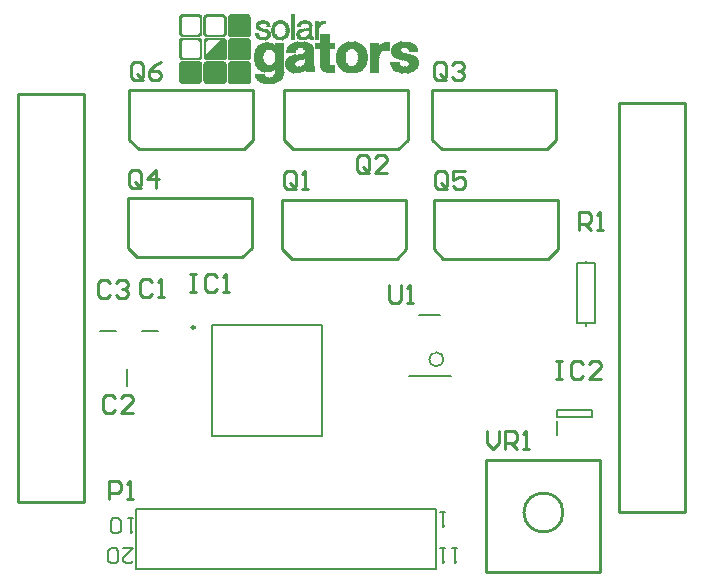
<source format=gto>
G04*
G04 #@! TF.GenerationSoftware,Altium Limited,Altium Designer,19.1.5 (86)*
G04*
G04 Layer_Color=65535*
%FSLAX25Y25*%
%MOIN*%
G70*
G01*
G75*
%ADD10C,0.01000*%
%ADD11C,0.00984*%
%ADD12C,0.00500*%
%ADD13C,0.00100*%
%ADD14C,0.00787*%
%ADD15C,0.00800*%
D10*
X189700Y26500D02*
G03*
X189700Y26500I-6500J0D01*
G01*
X96685Y167311D02*
X134874D01*
X96685Y150776D02*
Y167311D01*
X138024Y150776D02*
Y165736D01*
X134874Y167311D02*
X136843D01*
X138024Y165736D02*
Y167311D01*
X136843D02*
X138024D01*
X134874Y147626D02*
X138024Y150776D01*
X99835Y147626D02*
X134874D01*
X96685Y150776D02*
X99835Y147626D01*
X164000Y44000D02*
X202000D01*
X164000Y6500D02*
Y44000D01*
Y6500D02*
X202000D01*
Y44000D01*
X146185Y150776D02*
X149335Y147626D01*
X184374D01*
X187524Y150776D01*
X186343Y167311D02*
X187524D01*
Y165736D02*
Y167311D01*
X184374D02*
X186343D01*
X187524Y150776D02*
Y165736D01*
X146185Y150776D02*
Y167311D01*
X184374D01*
X96185Y114276D02*
X99335Y111126D01*
X134374D01*
X137524Y114276D01*
X136343Y130811D02*
X137524D01*
Y129236D02*
Y130811D01*
X134374D02*
X136343D01*
X137524Y114276D02*
Y129236D01*
X96185Y114276D02*
Y130811D01*
X134374D01*
X45185Y150776D02*
X48335Y147626D01*
X83374D01*
X86524Y150776D01*
X85343Y167311D02*
X86524D01*
Y165736D02*
Y167311D01*
X83374D02*
X85343D01*
X86524Y150776D02*
Y165736D01*
X45185Y150776D02*
Y167311D01*
X83374D01*
X146685Y114276D02*
X149835Y111126D01*
X184874D01*
X188024Y114276D01*
X186843Y130811D02*
X188024D01*
Y129236D02*
Y130811D01*
X184874D02*
X186843D01*
X188024Y114276D02*
Y129236D01*
X146685Y114276D02*
Y130811D01*
X184874D01*
X44685Y114776D02*
X47835Y111626D01*
X82874D01*
X86024Y114776D01*
X84843Y131311D02*
X86024D01*
Y129736D02*
Y131311D01*
X82874D02*
X84843D01*
X86024Y114776D02*
Y129736D01*
X44685Y114776D02*
Y131311D01*
X82874D01*
X208327Y162988D02*
X230374D01*
X208327Y26768D02*
Y162988D01*
Y26768D02*
X230374D01*
Y162988D01*
X8126Y29890D02*
X30173D01*
Y166110D01*
X8126D02*
X30173D01*
X8126Y29890D02*
Y166110D01*
X38699Y103049D02*
X37699Y104049D01*
X35700D01*
X34700Y103049D01*
Y99050D01*
X35700Y98050D01*
X37699D01*
X38699Y99050D01*
X40698Y103049D02*
X41698Y104049D01*
X43697D01*
X44697Y103049D01*
Y102049D01*
X43697Y101049D01*
X42697D01*
X43697D01*
X44697Y100050D01*
Y99050D01*
X43697Y98050D01*
X41698D01*
X40698Y99050D01*
X40499Y64498D02*
X39499Y65498D01*
X37500D01*
X36500Y64498D01*
Y60500D01*
X37500Y59500D01*
X39499D01*
X40499Y60500D01*
X46497Y59500D02*
X42498D01*
X46497Y63499D01*
Y64498D01*
X45497Y65498D01*
X43498D01*
X42498Y64498D01*
X52699Y103198D02*
X51699Y104198D01*
X49700D01*
X48700Y103198D01*
Y99200D01*
X49700Y98200D01*
X51699D01*
X52699Y99200D01*
X54698Y98200D02*
X56697D01*
X55698D01*
Y104198D01*
X54698Y103198D01*
X164450Y53548D02*
Y49549D01*
X166449Y47550D01*
X168449Y49549D01*
Y53548D01*
X170448Y47550D02*
Y53548D01*
X173447D01*
X174447Y52548D01*
Y50549D01*
X173447Y49549D01*
X170448D01*
X172447D02*
X174447Y47550D01*
X176446D02*
X178445D01*
X177446D01*
Y53548D01*
X176446Y52548D01*
X131600Y102398D02*
Y97400D01*
X132600Y96400D01*
X134599D01*
X135599Y97400D01*
Y102398D01*
X137598Y96400D02*
X139597D01*
X138598D01*
Y102398D01*
X137598Y101398D01*
X195150Y120650D02*
Y126648D01*
X198149D01*
X199149Y125648D01*
Y123649D01*
X198149Y122649D01*
X195150D01*
X197149D02*
X199149Y120650D01*
X201148D02*
X203147D01*
X202148D01*
Y126648D01*
X201148Y125648D01*
X49699Y171800D02*
Y175798D01*
X48699Y176798D01*
X46700D01*
X45700Y175798D01*
Y171800D01*
X46700Y170800D01*
X48699D01*
X47699Y172799D02*
X49699Y170800D01*
X48699D02*
X49699Y171800D01*
X55697Y176798D02*
X53697Y175798D01*
X51698Y173799D01*
Y171800D01*
X52698Y170800D01*
X54697D01*
X55697Y171800D01*
Y172799D01*
X54697Y173799D01*
X51698D01*
X151199Y135300D02*
Y139298D01*
X150199Y140298D01*
X148200D01*
X147200Y139298D01*
Y135300D01*
X148200Y134300D01*
X150199D01*
X149199Y136299D02*
X151199Y134300D01*
X150199D02*
X151199Y135300D01*
X157197Y140298D02*
X153198D01*
Y137299D01*
X155197Y138299D01*
X156197D01*
X157197Y137299D01*
Y135300D01*
X156197Y134300D01*
X154198D01*
X153198Y135300D01*
X49199Y135800D02*
Y139798D01*
X48199Y140798D01*
X46200D01*
X45200Y139798D01*
Y135800D01*
X46200Y134800D01*
X48199D01*
X47199Y136799D02*
X49199Y134800D01*
X48199D02*
X49199Y135800D01*
X54197Y134800D02*
Y140798D01*
X51198Y137799D01*
X55197D01*
X150699Y171800D02*
Y175798D01*
X149699Y176798D01*
X147700D01*
X146700Y175798D01*
Y171800D01*
X147700Y170800D01*
X149699D01*
X148699Y172799D02*
X150699Y170800D01*
X149699D02*
X150699Y171800D01*
X152698Y175798D02*
X153698Y176798D01*
X155697D01*
X156697Y175798D01*
Y174799D01*
X155697Y173799D01*
X154697D01*
X155697D01*
X156697Y172799D01*
Y171800D01*
X155697Y170800D01*
X153698D01*
X152698Y171800D01*
X124999Y140500D02*
Y144498D01*
X123999Y145498D01*
X122000D01*
X121000Y144498D01*
Y140500D01*
X122000Y139500D01*
X123999D01*
X122999Y141499D02*
X124999Y139500D01*
X123999D02*
X124999Y140500D01*
X130997Y139500D02*
X126998D01*
X130997Y143499D01*
Y144498D01*
X129997Y145498D01*
X127998D01*
X126998Y144498D01*
X100699Y135300D02*
Y139298D01*
X99699Y140298D01*
X97700D01*
X96700Y139298D01*
Y135300D01*
X97700Y134300D01*
X99699D01*
X98699Y136299D02*
X100699Y134300D01*
X99699D02*
X100699Y135300D01*
X102698Y134300D02*
X104697D01*
X103698D01*
Y140298D01*
X102698Y139298D01*
X38400Y30900D02*
Y36898D01*
X41399D01*
X42399Y35898D01*
Y33899D01*
X41399Y32899D01*
X38400D01*
X44398Y30900D02*
X46397D01*
X45398D01*
Y36898D01*
X44398Y35898D01*
X187400Y76898D02*
X189399D01*
X188400D01*
Y70900D01*
X187400D01*
X189399D01*
X196397Y75898D02*
X195397Y76898D01*
X193398D01*
X192398Y75898D01*
Y71900D01*
X193398Y70900D01*
X195397D01*
X196397Y71900D01*
X202395Y70900D02*
X198396D01*
X202395Y74899D01*
Y75898D01*
X201396Y76898D01*
X199396D01*
X198396Y75898D01*
X65400Y106098D02*
X67399D01*
X66400D01*
Y100100D01*
X65400D01*
X67399D01*
X74397Y105098D02*
X73397Y106098D01*
X71398D01*
X70398Y105098D01*
Y101100D01*
X71398Y100100D01*
X73397D01*
X74397Y101100D01*
X76396Y100100D02*
X78396D01*
X77396D01*
Y106098D01*
X76396Y105098D01*
D11*
X66984Y88217D02*
G03*
X66984Y88217I-492J0D01*
G01*
D12*
X147472Y75200D02*
G03*
X147472Y79900I0J2350D01*
G01*
D02*
G03*
X147472Y75200I0J-2350D01*
G01*
D13*
X99000Y192600D02*
X99900D01*
X62500Y192500D02*
X68400D01*
X70600D02*
X76500D01*
X78800D02*
X84600D01*
X99000D02*
X99900D01*
X62200Y192400D02*
X62300D01*
X62400D02*
X68500D01*
X68600D02*
X68700D01*
X70300D02*
X70400D01*
X70500D02*
X76600D01*
X78700D02*
X84700D01*
X99000D02*
X99900D01*
X62100Y192300D02*
X62200D01*
X62300D02*
X68600D01*
X68700D02*
X68800D01*
X70200D02*
X70300D01*
X70400D02*
X76700D01*
X78600D02*
X84800D01*
X99000D02*
X99900D01*
X62200Y192200D02*
X68700D01*
X68800D02*
X68900D01*
X70100D02*
X70200D01*
X70300D02*
X76800D01*
X78500D02*
X84900D01*
X99000D02*
X99900D01*
X61900Y192100D02*
X62000D01*
X62100D02*
X68800D01*
X68900D02*
X69000D01*
X70000D02*
X70100D01*
X70200D02*
X76900D01*
X78400D02*
X85000D01*
X99000D02*
X99900D01*
X61800Y192000D02*
X61900D01*
X62000D02*
X68900D01*
X69000D02*
X69100D01*
X69900D02*
X70000D01*
X70100D02*
X77000D01*
X78300D02*
X85100D01*
X99000D02*
X99900D01*
X61900Y191900D02*
X62700D01*
X68200D02*
X69000D01*
X70000D02*
X70800D01*
X76300D02*
X77100D01*
X78200D02*
X85200D01*
X99000D02*
X99900D01*
X61800Y191800D02*
X62600D01*
X68300D02*
X69100D01*
X69900D02*
X70700D01*
X76400D02*
X77200D01*
X78100D02*
X85300D01*
X99000D02*
X99900D01*
X61700Y191700D02*
X62500D01*
X68400D02*
X69200D01*
X69900D02*
X70600D01*
X76500D02*
X77300D01*
X78000D02*
X85400D01*
X99000D02*
X99900D01*
X61700Y191600D02*
X62400D01*
X68500D02*
X69200D01*
X69800D02*
X70500D01*
X76600D02*
X77300D01*
X78000D02*
X85500D01*
X99000D02*
X99900D01*
X61700Y191500D02*
X62300D01*
X68600D02*
X69200D01*
X69800D02*
X70400D01*
X76700D02*
X77300D01*
X78000D02*
X85400D01*
X99000D02*
X99900D01*
X61700Y191400D02*
X62300D01*
X68600D02*
X69200D01*
X69800D02*
X70400D01*
X76700D02*
X77300D01*
X78000D02*
X85400D01*
X99000D02*
X99900D01*
X61700Y191300D02*
X62300D01*
X68600D02*
X69200D01*
X69800D02*
X70400D01*
X76700D02*
X77300D01*
X78000D02*
X85400D01*
X99000D02*
X99900D01*
X61700Y191200D02*
X62300D01*
X68600D02*
X69200D01*
X69800D02*
X70400D01*
X76700D02*
X77300D01*
X78000D02*
X85400D01*
X99000D02*
X99900D01*
X61700Y191100D02*
X62300D01*
X68600D02*
X69200D01*
X69800D02*
X70400D01*
X76700D02*
X77300D01*
X78000D02*
X85400D01*
X99000D02*
X99900D01*
X61700Y191000D02*
X62300D01*
X68600D02*
X69200D01*
X69800D02*
X70400D01*
X76700D02*
X77300D01*
X78000D02*
X85400D01*
X99000D02*
X99900D01*
X61700Y190900D02*
X62300D01*
X68600D02*
X69200D01*
X69800D02*
X70400D01*
X76700D02*
X77300D01*
X78000D02*
X85400D01*
X99000D02*
X99900D01*
X61700Y190800D02*
X62300D01*
X68600D02*
X69200D01*
X69800D02*
X70400D01*
X76700D02*
X77300D01*
X78000D02*
X85400D01*
X99000D02*
X99900D01*
X61700Y190700D02*
X62300D01*
X68600D02*
X69200D01*
X69800D02*
X70400D01*
X76700D02*
X77300D01*
X78000D02*
X85400D01*
X99000D02*
X99900D01*
X61700Y190600D02*
X62300D01*
X68600D02*
X69200D01*
X69800D02*
X70400D01*
X76700D02*
X77300D01*
X78000D02*
X85400D01*
X99000D02*
X99900D01*
X61700Y190500D02*
X62300D01*
X68600D02*
X69200D01*
X69800D02*
X70400D01*
X76700D02*
X77300D01*
X78000D02*
X85400D01*
X89100D02*
X90100D01*
X94800D02*
X95900D01*
X99000D02*
X99900D01*
X103000D02*
X104200D01*
X61700Y190400D02*
X62300D01*
X68600D02*
X69200D01*
X69800D02*
X70400D01*
X76700D02*
X77300D01*
X78000D02*
X85400D01*
X88600D02*
X90600D01*
X94400D02*
X96300D01*
X99000D02*
X99900D01*
X102500D02*
X104600D01*
X109500D02*
X110300D01*
X61700Y190300D02*
X62300D01*
X68600D02*
X69200D01*
X69800D02*
X70400D01*
X76700D02*
X77300D01*
X78000D02*
X85400D01*
X88300D02*
X90800D01*
X94200D02*
X96600D01*
X99000D02*
X99900D01*
X102200D02*
X104900D01*
X107200D02*
X108000D01*
X109200D02*
X110300D01*
X61700Y190200D02*
X62300D01*
X68600D02*
X69200D01*
X69800D02*
X70400D01*
X76700D02*
X77300D01*
X78000D02*
X85400D01*
X88100D02*
X91000D01*
X94000D02*
X96800D01*
X99000D02*
X99900D01*
X102100D02*
X105100D01*
X107200D02*
X108000D01*
X109000D02*
X110300D01*
X61700Y190100D02*
X62300D01*
X68600D02*
X69200D01*
X69800D02*
X70400D01*
X76700D02*
X77300D01*
X78000D02*
X85400D01*
X88000D02*
X91100D01*
X93800D02*
X96900D01*
X99000D02*
X99900D01*
X101900D02*
X105200D01*
X107200D02*
X108000D01*
X108800D02*
X110300D01*
X61700Y190000D02*
X62300D01*
X68600D02*
X69200D01*
X69800D02*
X70400D01*
X76700D02*
X77300D01*
X78000D02*
X85400D01*
X87800D02*
X91200D01*
X93700D02*
X97100D01*
X99000D02*
X99900D01*
X101800D02*
X105300D01*
X107200D02*
X108000D01*
X108700D02*
X110300D01*
X61700Y189900D02*
X62300D01*
X68600D02*
X69200D01*
X69800D02*
X70400D01*
X76700D02*
X77300D01*
X78000D02*
X85400D01*
X87700D02*
X91300D01*
X93500D02*
X97200D01*
X99000D02*
X99900D01*
X101700D02*
X105400D01*
X107200D02*
X108000D01*
X108500D02*
X110300D01*
X61700Y189800D02*
X62300D01*
X68600D02*
X69200D01*
X69800D02*
X70400D01*
X76700D02*
X77300D01*
X78000D02*
X85400D01*
X87600D02*
X89400D01*
X89600D02*
X91400D01*
X93400D02*
X95300D01*
X95500D02*
X97300D01*
X99000D02*
X99900D01*
X101600D02*
X103400D01*
X103600D02*
X105500D01*
X107200D02*
X108000D01*
X108400D02*
X110300D01*
X61700Y189700D02*
X62300D01*
X68600D02*
X69200D01*
X69800D02*
X70400D01*
X76700D02*
X77300D01*
X78000D02*
X85400D01*
X87600D02*
X88800D01*
X90200D02*
X91500D01*
X93300D02*
X94700D01*
X96000D02*
X97400D01*
X99000D02*
X99900D01*
X101500D02*
X102800D01*
X104300D02*
X105600D01*
X107200D02*
X108000D01*
X108100D02*
X108200D01*
X108300D02*
X110300D01*
X61700Y189600D02*
X62300D01*
X68600D02*
X69200D01*
X69800D02*
X70400D01*
X76700D02*
X77300D01*
X78000D02*
X85400D01*
X87500D02*
X88600D01*
X90400D02*
X91600D01*
X93200D02*
X94500D01*
X96300D02*
X97500D01*
X99000D02*
X99900D01*
X101400D02*
X102500D01*
X104500D02*
X105600D01*
X107200D02*
X108000D01*
X108300D02*
X110200D01*
X61700Y189500D02*
X62300D01*
X68600D02*
X69200D01*
X69800D02*
X70400D01*
X76700D02*
X77300D01*
X78000D02*
X85400D01*
X87400D02*
X88400D01*
X90300D02*
X90400D01*
X90600D02*
X91600D01*
X93200D02*
X94300D01*
X96400D02*
X97600D01*
X99000D02*
X99900D01*
X101400D02*
X102400D01*
X104400D02*
X104500D01*
X104700D02*
X105700D01*
X107200D02*
X108000D01*
X108200D02*
X109400D01*
X61700Y189400D02*
X62300D01*
X68600D02*
X69200D01*
X69800D02*
X70400D01*
X76700D02*
X77300D01*
X78000D02*
X85400D01*
X87400D02*
X88300D01*
X88500D02*
X88600D01*
X90700D02*
X91700D01*
X93100D02*
X94200D01*
X96300D02*
X96400D01*
X96600D02*
X97700D01*
X99000D02*
X99900D01*
X101300D02*
X102300D01*
X102400D02*
X102500D01*
X104800D02*
X105700D01*
X107200D02*
X108000D01*
X108100D02*
X109100D01*
X61700Y189300D02*
X62300D01*
X68600D02*
X69200D01*
X69800D02*
X70400D01*
X76700D02*
X77300D01*
X78000D02*
X85400D01*
X87400D02*
X88300D01*
X88400D02*
X88500D01*
X90800D02*
X91700D01*
X93000D02*
X94100D01*
X94200D02*
X94300D01*
X96700D02*
X97700D01*
X99000D02*
X99900D01*
X101300D02*
X102200D01*
X102300D02*
X102400D01*
X104800D02*
X105800D01*
X107200D02*
X108000D01*
X108100D02*
X109000D01*
X109200D02*
X109300D01*
X61700Y189200D02*
X62300D01*
X68600D02*
X69200D01*
X69800D02*
X70400D01*
X76700D02*
X77300D01*
X78000D02*
X85400D01*
X87300D02*
X88200D01*
X88300D02*
X88400D01*
X90800D02*
X91800D01*
X92900D02*
X94000D01*
X94100D02*
X94200D01*
X96800D02*
X97800D01*
X99000D02*
X99900D01*
X101200D02*
X102100D01*
X102200D02*
X102300D01*
X104900D02*
X105800D01*
X107200D02*
X108800D01*
X109000D02*
X109100D01*
X61700Y189100D02*
X62300D01*
X68600D02*
X69200D01*
X69800D02*
X70400D01*
X76700D02*
X77300D01*
X78000D02*
X85400D01*
X87300D02*
X88200D01*
X90900D02*
X91800D01*
X92900D02*
X93900D01*
X94000D02*
X94100D01*
X96900D02*
X97900D01*
X99000D02*
X99900D01*
X101200D02*
X102100D01*
X104900D02*
X105800D01*
X105900D02*
X106000D01*
X107200D02*
X108700D01*
X61700Y189000D02*
X62300D01*
X68600D02*
X69200D01*
X69800D02*
X70400D01*
X76700D02*
X77300D01*
X78000D02*
X85400D01*
X87300D02*
X88200D01*
X90900D02*
X91800D01*
X92800D02*
X93800D01*
X93900D02*
X94000D01*
X96900D02*
X97900D01*
X99000D02*
X99900D01*
X101200D02*
X102000D01*
X104900D02*
X105800D01*
X107200D02*
X108600D01*
X108700D02*
X108800D01*
X61700Y188900D02*
X62300D01*
X68600D02*
X69200D01*
X69800D02*
X70400D01*
X76700D02*
X77300D01*
X78000D02*
X85400D01*
X87300D02*
X88200D01*
X91000D02*
X91800D01*
X92800D02*
X93700D01*
X96800D02*
X96900D01*
X97000D02*
X98000D01*
X99000D02*
X99900D01*
X101100D02*
X102000D01*
X105000D02*
X105800D01*
X107200D02*
X108500D01*
X108600D02*
X108700D01*
X61700Y188800D02*
X62300D01*
X68600D02*
X69200D01*
X69800D02*
X70400D01*
X76700D02*
X77300D01*
X78000D02*
X85400D01*
X87300D02*
X88200D01*
X91000D02*
X91900D01*
X92700D02*
X93700D01*
X97100D02*
X98000D01*
X99000D02*
X99900D01*
X101100D02*
X102000D01*
X105000D02*
X105800D01*
X107200D02*
X108400D01*
X108500D02*
X108600D01*
X61700Y188700D02*
X62300D01*
X68600D02*
X69200D01*
X69800D02*
X70400D01*
X76700D02*
X77300D01*
X78000D02*
X85400D01*
X87300D02*
X88200D01*
X90800D02*
X90900D01*
X91000D02*
X91900D01*
X92700D02*
X93600D01*
X97100D02*
X98000D01*
X99000D02*
X99900D01*
X101100D02*
X102000D01*
X105000D02*
X105800D01*
X107200D02*
X108400D01*
X61700Y188600D02*
X62300D01*
X68600D02*
X69200D01*
X69800D02*
X70400D01*
X76700D02*
X77300D01*
X78000D02*
X85400D01*
X87300D02*
X88200D01*
X88300D02*
X88400D01*
X91000D02*
X91900D01*
X92700D02*
X93600D01*
X97200D02*
X98100D01*
X99000D02*
X99900D01*
X101100D02*
X101900D01*
X105000D02*
X105800D01*
X107200D02*
X108300D01*
X61700Y188500D02*
X62300D01*
X68600D02*
X69200D01*
X69800D02*
X70400D01*
X76700D02*
X77300D01*
X78000D02*
X85400D01*
X87300D02*
X88200D01*
X92600D02*
X93500D01*
X97000D02*
X97100D01*
X97200D02*
X98100D01*
X99000D02*
X99900D01*
X101100D02*
X101900D01*
X105000D02*
X105800D01*
X107200D02*
X108200D01*
X61700Y188400D02*
X62300D01*
X68600D02*
X69200D01*
X69800D02*
X70400D01*
X76700D02*
X77300D01*
X78000D02*
X85400D01*
X87300D02*
X88300D01*
X92600D02*
X93500D01*
X97200D02*
X98100D01*
X99000D02*
X99900D01*
X105000D02*
X105800D01*
X107200D02*
X108200D01*
X108300D02*
X108400D01*
X61700Y188300D02*
X62300D01*
X68600D02*
X69200D01*
X69800D02*
X70400D01*
X76700D02*
X77300D01*
X78000D02*
X85400D01*
X87400D02*
X88400D01*
X88600D02*
X88700D01*
X92600D02*
X93500D01*
X97300D02*
X98200D01*
X99000D02*
X99900D01*
X104900D02*
X105800D01*
X107200D02*
X108200D01*
X61700Y188200D02*
X62300D01*
X68600D02*
X69200D01*
X69800D02*
X70400D01*
X76700D02*
X77300D01*
X78000D02*
X85400D01*
X87400D02*
X88600D01*
X92600D02*
X93400D01*
X97300D02*
X98200D01*
X99000D02*
X99900D01*
X104900D02*
X105800D01*
X107200D02*
X108100D01*
X61700Y188100D02*
X62300D01*
X68600D02*
X69200D01*
X69800D02*
X70400D01*
X76700D02*
X77300D01*
X78000D02*
X85400D01*
X87500D02*
X88800D01*
X92500D02*
X93400D01*
X97300D02*
X98200D01*
X98300D02*
X98400D01*
X99000D02*
X99900D01*
X104800D02*
X105800D01*
X107200D02*
X108100D01*
X61700Y188000D02*
X62300D01*
X68600D02*
X69200D01*
X69800D02*
X70400D01*
X76700D02*
X77300D01*
X78000D02*
X85400D01*
X87500D02*
X89100D01*
X92500D02*
X93400D01*
X97300D02*
X98200D01*
X99000D02*
X99900D01*
X103400D02*
X103500D01*
X104600D02*
X105800D01*
X107200D02*
X108100D01*
X61700Y187900D02*
X62300D01*
X68600D02*
X69200D01*
X69800D02*
X70400D01*
X76700D02*
X77300D01*
X78000D02*
X85400D01*
X87600D02*
X89400D01*
X92500D02*
X93400D01*
X97400D02*
X98200D01*
X99000D02*
X99900D01*
X103900D02*
X105800D01*
X107200D02*
X108100D01*
X61700Y187800D02*
X62300D01*
X68600D02*
X69200D01*
X69800D02*
X70400D01*
X76700D02*
X77300D01*
X78000D02*
X85400D01*
X87700D02*
X89900D01*
X92500D02*
X93400D01*
X97400D02*
X98200D01*
X99000D02*
X99900D01*
X103100D02*
X105800D01*
X107200D02*
X108100D01*
X61700Y187700D02*
X62300D01*
X68600D02*
X69200D01*
X69800D02*
X70400D01*
X76700D02*
X77300D01*
X78000D02*
X85400D01*
X87800D02*
X90400D01*
X92500D02*
X93400D01*
X97200D02*
X97300D01*
X97400D02*
X98300D01*
X99000D02*
X99900D01*
X102500D02*
X105800D01*
X107200D02*
X108000D01*
X61700Y187600D02*
X62300D01*
X68600D02*
X69200D01*
X69800D02*
X70400D01*
X76700D02*
X77300D01*
X78000D02*
X85400D01*
X87900D02*
X90800D01*
X92500D02*
X93300D01*
X97400D02*
X98300D01*
X99000D02*
X99900D01*
X102100D02*
X105800D01*
X107200D02*
X108000D01*
X61700Y187500D02*
X62300D01*
X68600D02*
X69200D01*
X69800D02*
X70400D01*
X76700D02*
X77300D01*
X78000D02*
X85400D01*
X88100D02*
X91000D01*
X92500D02*
X93300D01*
X97400D02*
X98300D01*
X99000D02*
X99900D01*
X101800D02*
X105800D01*
X107200D02*
X108000D01*
X61700Y187400D02*
X62300D01*
X68600D02*
X69200D01*
X69800D02*
X70400D01*
X76700D02*
X77300D01*
X78000D02*
X85400D01*
X88300D02*
X91200D01*
X92500D02*
X93300D01*
X97400D02*
X98300D01*
X99000D02*
X99900D01*
X101600D02*
X104800D01*
X105000D02*
X105800D01*
X107200D02*
X108000D01*
X61700Y187300D02*
X62300D01*
X68600D02*
X69200D01*
X69800D02*
X70400D01*
X76700D02*
X77300D01*
X78000D02*
X85400D01*
X88600D02*
X91400D01*
X92500D02*
X93300D01*
X97400D02*
X98300D01*
X99000D02*
X99900D01*
X101500D02*
X104400D01*
X105000D02*
X105800D01*
X107200D02*
X108000D01*
X61700Y187200D02*
X62300D01*
X68600D02*
X69200D01*
X69800D02*
X70400D01*
X76700D02*
X77300D01*
X78000D02*
X85400D01*
X88900D02*
X91500D01*
X92500D02*
X93300D01*
X97400D02*
X98300D01*
X99000D02*
X99900D01*
X101400D02*
X103800D01*
X105000D02*
X105800D01*
X107200D02*
X108000D01*
X61700Y187100D02*
X62300D01*
X68600D02*
X69200D01*
X69800D02*
X70400D01*
X76700D02*
X77300D01*
X78000D02*
X85400D01*
X89400D02*
X91600D01*
X92500D02*
X93300D01*
X97400D02*
X98300D01*
X99000D02*
X99900D01*
X101200D02*
X103100D01*
X105000D02*
X105800D01*
X107200D02*
X108000D01*
X61700Y187000D02*
X62300D01*
X68600D02*
X69200D01*
X69800D02*
X70400D01*
X76700D02*
X77300D01*
X78000D02*
X85400D01*
X89800D02*
X91700D01*
X92500D02*
X93400D01*
X97200D02*
X97300D01*
X97400D02*
X98300D01*
X99000D02*
X99900D01*
X101200D02*
X102700D01*
X105000D02*
X105800D01*
X107200D02*
X108000D01*
X61700Y186900D02*
X62300D01*
X68600D02*
X69200D01*
X69800D02*
X70400D01*
X76700D02*
X77300D01*
X78000D02*
X85400D01*
X90200D02*
X91800D01*
X92500D02*
X93400D01*
X97400D02*
X98200D01*
X99000D02*
X99900D01*
X101100D02*
X102400D01*
X105000D02*
X105800D01*
X107200D02*
X108000D01*
X61700Y186800D02*
X62300D01*
X68600D02*
X69200D01*
X69800D02*
X70400D01*
X76700D02*
X77300D01*
X78000D02*
X85400D01*
X90500D02*
X91900D01*
X92500D02*
X93400D01*
X97400D02*
X98200D01*
X99000D02*
X99900D01*
X101000D02*
X102200D01*
X105000D02*
X105800D01*
X107200D02*
X108000D01*
X61700Y186700D02*
X62300D01*
X68600D02*
X69200D01*
X69800D02*
X70400D01*
X76700D02*
X77300D01*
X78000D02*
X85400D01*
X90800D02*
X91900D01*
X92500D02*
X93400D01*
X97300D02*
X98200D01*
X99000D02*
X99900D01*
X101000D02*
X102000D01*
X102200D02*
X102300D01*
X105000D02*
X105800D01*
X107200D02*
X108000D01*
X61700Y186600D02*
X62300D01*
X68600D02*
X69200D01*
X69800D02*
X70400D01*
X76700D02*
X77300D01*
X78000D02*
X85400D01*
X90900D02*
X92000D01*
X92500D02*
X93400D01*
X97300D02*
X98200D01*
X98300D02*
X98400D01*
X99000D02*
X99900D01*
X100900D02*
X101900D01*
X102000D02*
X102100D01*
X105000D02*
X105800D01*
X107200D02*
X108000D01*
X61700Y186500D02*
X62300D01*
X68600D02*
X69200D01*
X69800D02*
X70400D01*
X76700D02*
X77300D01*
X78000D02*
X85400D01*
X90800D02*
X90900D01*
X91000D02*
X92000D01*
X92600D02*
X93500D01*
X97300D02*
X98200D01*
X99000D02*
X99900D01*
X100900D02*
X101800D01*
X101900D02*
X102000D01*
X105000D02*
X105800D01*
X107200D02*
X108000D01*
X61700Y186400D02*
X62300D01*
X68600D02*
X69200D01*
X69800D02*
X70400D01*
X76700D02*
X77300D01*
X78000D02*
X85400D01*
X90900D02*
X91000D01*
X91100D02*
X92000D01*
X92600D02*
X93500D01*
X97300D02*
X98200D01*
X99000D02*
X99900D01*
X100900D02*
X101800D01*
X105000D02*
X105800D01*
X107200D02*
X108000D01*
X61700Y186300D02*
X62300D01*
X68600D02*
X69200D01*
X69800D02*
X70400D01*
X76700D02*
X77300D01*
X78000D02*
X85400D01*
X87100D02*
X87900D01*
X91200D02*
X92100D01*
X92600D02*
X93500D01*
X97200D02*
X98100D01*
X99000D02*
X99900D01*
X100800D02*
X101700D01*
X104900D02*
X105800D01*
X107200D02*
X108000D01*
X61700Y186200D02*
X62400D01*
X68500D02*
X69200D01*
X69800D02*
X70500D01*
X76700D02*
X77300D01*
X78000D02*
X85500D01*
X87100D02*
X88000D01*
X91200D02*
X92100D01*
X92600D02*
X93500D01*
X97200D02*
X98100D01*
X99000D02*
X99900D01*
X100800D02*
X101700D01*
X104900D02*
X105800D01*
X107200D02*
X108000D01*
X61700Y186100D02*
X62500D01*
X68400D02*
X69200D01*
X69800D02*
X70600D01*
X76600D02*
X77300D01*
X78000D02*
X85400D01*
X87100D02*
X88000D01*
X91200D02*
X92100D01*
X92700D02*
X93600D01*
X97100D02*
X98100D01*
X99000D02*
X99900D01*
X100800D02*
X101700D01*
X104900D02*
X105800D01*
X107200D02*
X108000D01*
X61800Y186000D02*
X62600D01*
X68300D02*
X69100D01*
X69900D02*
X70700D01*
X76500D02*
X77300D01*
X78000D02*
X85400D01*
X87100D02*
X88000D01*
X91200D02*
X92100D01*
X92700D02*
X93600D01*
X97100D02*
X98000D01*
X99000D02*
X99900D01*
X100800D02*
X101700D01*
X104800D02*
X105800D01*
X107200D02*
X108000D01*
X108800D02*
X111600D01*
X61900Y185900D02*
X62700D01*
X68200D02*
X69000D01*
X70000D02*
X70800D01*
X76400D02*
X77200D01*
X78100D02*
X85300D01*
X87100D02*
X88000D01*
X91200D02*
X92100D01*
X92700D02*
X93700D01*
X93800D02*
X93900D01*
X97000D02*
X98000D01*
X99000D02*
X99900D01*
X100800D02*
X101700D01*
X104600D02*
X104700D01*
X104800D02*
X105800D01*
X107200D02*
X108000D01*
X108800D02*
X111600D01*
X62000Y185800D02*
X62800D01*
X68000D02*
X68900D01*
X69900D02*
X70000D01*
X70100D02*
X70900D01*
X73300D02*
X73400D01*
X76300D02*
X77100D01*
X78000D02*
X78100D01*
X78200D02*
X85200D01*
X85300D02*
X85400D01*
X87200D02*
X88000D01*
X91200D02*
X92100D01*
X92800D02*
X93700D01*
X96800D02*
X96900D01*
X97000D02*
X98000D01*
X99000D02*
X99900D01*
X100800D02*
X101700D01*
X104800D02*
X105800D01*
X107200D02*
X108000D01*
X108800D02*
X111600D01*
X62100Y185700D02*
X68800D01*
X70000D02*
X70100D01*
X70200D02*
X77000D01*
X78100D02*
X78200D01*
X78300D02*
X85100D01*
X85200D02*
X85300D01*
X87200D02*
X88100D01*
X91200D02*
X92100D01*
X92800D02*
X93800D01*
X96700D02*
X96800D01*
X96900D02*
X97900D01*
X99000D02*
X99900D01*
X100800D02*
X101700D01*
X104500D02*
X104600D01*
X104700D02*
X105800D01*
X107200D02*
X108000D01*
X108800D02*
X111600D01*
X62200Y185600D02*
X68700D01*
X70300D02*
X76900D01*
X78200D02*
X78300D01*
X78400D02*
X85000D01*
X85100D02*
X85200D01*
X87200D02*
X88100D01*
X91100D02*
X92000D01*
X92900D02*
X93900D01*
X94000D02*
X94100D01*
X96900D02*
X97800D01*
X99000D02*
X99900D01*
X100800D02*
X101800D01*
X104400D02*
X104500D01*
X104600D02*
X105800D01*
X107200D02*
X108000D01*
X108800D02*
X111600D01*
X62300Y185500D02*
X68600D01*
X70200D02*
X70300D01*
X70400D02*
X76800D01*
X78300D02*
X78400D01*
X78500D02*
X84900D01*
X85000D02*
X85100D01*
X87300D02*
X88200D01*
X88300D02*
X88400D01*
X90900D02*
X91000D01*
X91100D02*
X92000D01*
X92900D02*
X94000D01*
X94100D02*
X94200D01*
X96800D02*
X97800D01*
X99000D02*
X99900D01*
X100900D02*
X101800D01*
X101900D02*
X102000D01*
X104300D02*
X104400D01*
X104500D02*
X105800D01*
X107200D02*
X108000D01*
X108800D02*
X111600D01*
X62400Y185400D02*
X68500D01*
X70500D02*
X76600D01*
X78400D02*
X78500D01*
X78600D02*
X84800D01*
X84900D02*
X85000D01*
X87300D02*
X88300D01*
X88400D02*
X88500D01*
X90800D02*
X90900D01*
X91000D02*
X92000D01*
X93000D02*
X94100D01*
X94200D02*
X94300D01*
X96400D02*
X96500D01*
X96700D02*
X97700D01*
X99000D02*
X99900D01*
X100900D02*
X101900D01*
X102000D02*
X102100D01*
X104400D02*
X105800D01*
X107200D02*
X108000D01*
X108800D02*
X111600D01*
X62500Y185300D02*
X68400D01*
X70600D02*
X76600D01*
X78500D02*
X78600D01*
X78700D02*
X84700D01*
X84800D02*
X84900D01*
X87300D02*
X88400D01*
X90900D02*
X91900D01*
X93100D02*
X94200D01*
X96600D02*
X97700D01*
X99000D02*
X99900D01*
X100900D02*
X102000D01*
X102100D02*
X102200D01*
X104300D02*
X105900D01*
X107200D02*
X108000D01*
X108800D02*
X111600D01*
X87400Y185200D02*
X88500D01*
X90800D02*
X91900D01*
X93200D02*
X94300D01*
X96100D02*
X96200D01*
X96400D02*
X97600D01*
X99000D02*
X99900D01*
X101000D02*
X102100D01*
X104100D02*
X105000D01*
X105100D02*
X105900D01*
X107200D02*
X108000D01*
X108800D02*
X111600D01*
X87500Y185100D02*
X88700D01*
X90600D02*
X91800D01*
X93200D02*
X94500D01*
X96200D02*
X97500D01*
X97600D02*
X97700D01*
X99000D02*
X99900D01*
X101000D02*
X102200D01*
X103900D02*
X104900D01*
X105100D02*
X106000D01*
X106400D02*
X106500D01*
X107200D02*
X108000D01*
X108800D02*
X111600D01*
X87500Y185000D02*
X89000D01*
X90300D02*
X91700D01*
X93300D02*
X94700D01*
X96000D02*
X97400D01*
X99000D02*
X99900D01*
X101100D02*
X102400D01*
X103600D02*
X104800D01*
X105100D02*
X106500D01*
X107200D02*
X108000D01*
X108800D02*
X111600D01*
X87600Y184900D02*
X91600D01*
X93400D02*
X97300D01*
X99000D02*
X99900D01*
X101200D02*
X104700D01*
X104900D02*
X105000D01*
X105100D02*
X106500D01*
X107200D02*
X108000D01*
X108800D02*
X111600D01*
X87700Y184800D02*
X91500D01*
X93600D02*
X97200D01*
X99000D02*
X99900D01*
X101200D02*
X104600D01*
X105100D02*
X106500D01*
X107200D02*
X108000D01*
X108800D02*
X111600D01*
X62500Y184700D02*
X68400D01*
X70700D02*
X76500D01*
X78800D02*
X84600D01*
X87800D02*
X91400D01*
X93700D02*
X97100D01*
X99000D02*
X99900D01*
X101300D02*
X104500D01*
X105200D02*
X106500D01*
X107200D02*
X108000D01*
X108800D02*
X111600D01*
X62400Y184600D02*
X68500D01*
X68600D02*
X68700D01*
X70600D02*
X76600D01*
X78700D02*
X84700D01*
X88000D02*
X91300D01*
X93800D02*
X96900D01*
X99000D02*
X99900D01*
X101400D02*
X104400D01*
X105300D02*
X106500D01*
X107200D02*
X108000D01*
X108800D02*
X111600D01*
X62100Y184500D02*
X62200D01*
X62300D02*
X68600D01*
X68700D02*
X68800D01*
X70500D02*
X76700D01*
X78600D02*
X84800D01*
X88200D02*
X91100D01*
X94000D02*
X96700D01*
X99000D02*
X99900D01*
X101600D02*
X104300D01*
X105400D02*
X106500D01*
X107200D02*
X108000D01*
X108800D02*
X111600D01*
X62000Y184400D02*
X62100D01*
X62200D02*
X68700D01*
X68800D02*
X68900D01*
X70400D02*
X76700D01*
X78500D02*
X84900D01*
X88400D02*
X90900D01*
X94200D02*
X96500D01*
X99000D02*
X99900D01*
X101800D02*
X104100D01*
X105500D02*
X106500D01*
X107200D02*
X108000D01*
X108800D02*
X111600D01*
X61900Y184300D02*
X62000D01*
X62100D02*
X68800D01*
X68900D02*
X69000D01*
X70300D02*
X76600D01*
X78400D02*
X85000D01*
X88600D02*
X90600D01*
X94500D02*
X96300D01*
X102000D02*
X103800D01*
X108800D02*
X111600D01*
X61800Y184200D02*
X61900D01*
X62000D02*
X68900D01*
X69000D02*
X69100D01*
X70200D02*
X76500D01*
X76600D02*
X76700D01*
X76800D02*
X77000D01*
X78300D02*
X85100D01*
X89200D02*
X90000D01*
X95000D02*
X95800D01*
X102500D02*
X103300D01*
X108800D02*
X111600D01*
X61900Y184100D02*
X62700D01*
X68200D02*
X69000D01*
X70100D02*
X70900D01*
X75600D02*
X76400D01*
X76500D02*
X76600D01*
X76700D02*
X77100D01*
X78200D02*
X85200D01*
X90300D02*
X90400D01*
X96000D02*
X96100D01*
X108800D02*
X111600D01*
X61800Y184000D02*
X62600D01*
X68300D02*
X69100D01*
X70000D02*
X70800D01*
X75500D02*
X76300D01*
X76400D02*
X76500D01*
X76600D02*
X77200D01*
X78100D02*
X85300D01*
X108800D02*
X111600D01*
X61700Y183900D02*
X62500D01*
X68400D02*
X69200D01*
X69900D02*
X70700D01*
X75400D02*
X76200D01*
X76300D02*
X76400D01*
X76500D02*
X77300D01*
X78000D02*
X85400D01*
X108800D02*
X111600D01*
X61700Y183800D02*
X62400D01*
X68500D02*
X69200D01*
X69900D02*
X70600D01*
X75300D02*
X76100D01*
X76200D02*
X76300D01*
X76400D02*
X77400D01*
X78000D02*
X85500D01*
X108800D02*
X111600D01*
X61700Y183700D02*
X62300D01*
X68600D02*
X69200D01*
X69900D02*
X70500D01*
X75200D02*
X76000D01*
X76100D02*
X76200D01*
X76300D02*
X77400D01*
X78000D02*
X85400D01*
X108800D02*
X111600D01*
X61700Y183600D02*
X62300D01*
X68600D02*
X69200D01*
X69900D02*
X70500D01*
X75100D02*
X75900D01*
X76000D02*
X76100D01*
X76200D02*
X77400D01*
X78000D02*
X85400D01*
X108800D02*
X111600D01*
X61700Y183500D02*
X62300D01*
X68600D02*
X69200D01*
X69900D02*
X70500D01*
X75000D02*
X75800D01*
X75900D02*
X76000D01*
X76100D02*
X77400D01*
X78000D02*
X85400D01*
X100900D02*
X101000D01*
X103400D02*
X103500D01*
X108800D02*
X111600D01*
X118100D02*
X118200D01*
X120200D02*
X120300D01*
X135500D02*
X135600D01*
X61700Y183400D02*
X62300D01*
X68600D02*
X69200D01*
X69900D02*
X70500D01*
X74900D02*
X75700D01*
X75800D02*
X75900D01*
X76000D02*
X77400D01*
X78000D02*
X85400D01*
X101300D02*
X103000D01*
X108800D02*
X111600D01*
X118500D02*
X119900D01*
X135900D02*
X137500D01*
X61700Y183300D02*
X62300D01*
X68600D02*
X69200D01*
X69900D02*
X70500D01*
X74800D02*
X75600D01*
X75700D02*
X75800D01*
X75900D02*
X77400D01*
X78000D02*
X85400D01*
X100600D02*
X103900D01*
X108800D02*
X111600D01*
X111700D02*
X111800D01*
X117800D02*
X120500D01*
X130500D02*
X131400D01*
X135200D02*
X138200D01*
X61700Y183200D02*
X62300D01*
X68600D02*
X69200D01*
X69900D02*
X70500D01*
X74700D02*
X75500D01*
X75600D02*
X75700D01*
X75800D02*
X77400D01*
X78000D02*
X85400D01*
X90400D02*
X91500D01*
X100200D02*
X104300D01*
X108800D02*
X111600D01*
X117500D02*
X120900D01*
X130100D02*
X131700D01*
X134800D02*
X138600D01*
X61700Y183100D02*
X62300D01*
X68600D02*
X69200D01*
X69900D02*
X70500D01*
X74600D02*
X75400D01*
X75500D02*
X75600D01*
X75700D02*
X77400D01*
X78000D02*
X85400D01*
X89800D02*
X92000D01*
X99800D02*
X104600D01*
X107100D02*
X113500D01*
X117200D02*
X121200D01*
X129800D02*
X131700D01*
X134400D02*
X139000D01*
X61700Y183000D02*
X62300D01*
X68600D02*
X69200D01*
X69900D02*
X70500D01*
X74500D02*
X75300D01*
X75400D02*
X75500D01*
X75600D02*
X77400D01*
X78000D02*
X85400D01*
X89500D02*
X92400D01*
X99600D02*
X104900D01*
X107100D02*
X113500D01*
X116900D02*
X121500D01*
X125300D02*
X127900D01*
X129600D02*
X131700D01*
X134200D02*
X139200D01*
X61700Y182900D02*
X62300D01*
X68600D02*
X69200D01*
X69900D02*
X70500D01*
X74400D02*
X75200D01*
X75300D02*
X75400D01*
X75500D02*
X77400D01*
X78000D02*
X85400D01*
X89300D02*
X92600D01*
X93800D02*
X96500D01*
X99400D02*
X105100D01*
X107100D02*
X113500D01*
X116700D02*
X121700D01*
X125300D02*
X127900D01*
X129400D02*
X131700D01*
X134000D02*
X139400D01*
X61700Y182800D02*
X62300D01*
X68600D02*
X69200D01*
X69900D02*
X70500D01*
X74300D02*
X75100D01*
X75200D02*
X75300D01*
X75400D02*
X77400D01*
X78000D02*
X85400D01*
X89100D02*
X92800D01*
X93800D02*
X96500D01*
X99200D02*
X105300D01*
X107100D02*
X113500D01*
X116500D02*
X121900D01*
X125300D02*
X127900D01*
X129200D02*
X131700D01*
X133500D02*
X133600D01*
X133800D02*
X139600D01*
X61700Y182700D02*
X62300D01*
X68600D02*
X69200D01*
X69900D02*
X70500D01*
X74200D02*
X75000D01*
X75100D02*
X75200D01*
X75300D02*
X77400D01*
X78000D02*
X85400D01*
X88900D02*
X93000D01*
X93800D02*
X96500D01*
X99000D02*
X105400D01*
X107100D02*
X113500D01*
X116300D02*
X122000D01*
X125300D02*
X127900D01*
X129100D02*
X131700D01*
X133600D02*
X139700D01*
X61700Y182600D02*
X62300D01*
X68600D02*
X69200D01*
X69900D02*
X70500D01*
X74100D02*
X74900D01*
X75000D02*
X75100D01*
X75200D02*
X77400D01*
X78000D02*
X85400D01*
X88700D02*
X93100D01*
X93800D02*
X96500D01*
X98800D02*
X105600D01*
X105700D02*
X105800D01*
X107100D02*
X113500D01*
X116200D02*
X122200D01*
X125300D02*
X127900D01*
X128900D02*
X131700D01*
X133500D02*
X139900D01*
X61700Y182500D02*
X62300D01*
X68600D02*
X69200D01*
X69900D02*
X70500D01*
X74000D02*
X74800D01*
X74900D02*
X75000D01*
X75100D02*
X77400D01*
X78000D02*
X85400D01*
X88600D02*
X93200D01*
X93800D02*
X96500D01*
X98700D02*
X105700D01*
X107100D02*
X113500D01*
X116000D02*
X122400D01*
X125300D02*
X127900D01*
X128800D02*
X131700D01*
X133400D02*
X140000D01*
X61700Y182400D02*
X62300D01*
X68600D02*
X69200D01*
X69900D02*
X70500D01*
X73900D02*
X74700D01*
X74800D02*
X74900D01*
X75000D02*
X77400D01*
X78000D02*
X85400D01*
X88200D02*
X88300D01*
X88400D02*
X93300D01*
X93800D02*
X96500D01*
X98600D02*
X105800D01*
X105900D02*
X106000D01*
X107100D02*
X113500D01*
X115900D02*
X122500D01*
X125300D02*
X127900D01*
X128700D02*
X131700D01*
X133300D02*
X140100D01*
X61700Y182300D02*
X62300D01*
X68600D02*
X69200D01*
X69900D02*
X70500D01*
X73800D02*
X74600D01*
X74700D02*
X74800D01*
X74900D02*
X77400D01*
X78000D02*
X85400D01*
X88300D02*
X93400D01*
X93800D02*
X96500D01*
X98500D02*
X105900D01*
X106000D02*
X106100D01*
X107100D02*
X113500D01*
X115800D02*
X122600D01*
X125300D02*
X127900D01*
X128600D02*
X131700D01*
X133200D02*
X140200D01*
X61700Y182200D02*
X62300D01*
X68600D02*
X69200D01*
X69900D02*
X70500D01*
X73700D02*
X74500D01*
X74600D02*
X74700D01*
X74800D02*
X77400D01*
X78000D02*
X85400D01*
X88200D02*
X93500D01*
X93600D02*
X93700D01*
X93800D02*
X96500D01*
X98400D02*
X106000D01*
X107100D02*
X113500D01*
X115700D02*
X122700D01*
X125300D02*
X127900D01*
X128500D02*
X131700D01*
X133100D02*
X140300D01*
X61700Y182100D02*
X62300D01*
X68600D02*
X69200D01*
X69900D02*
X70500D01*
X73600D02*
X74400D01*
X74500D02*
X74600D01*
X74700D02*
X77400D01*
X78000D02*
X85400D01*
X88100D02*
X93600D01*
X93800D02*
X96500D01*
X98300D02*
X106100D01*
X107100D02*
X113500D01*
X115600D02*
X122800D01*
X125300D02*
X127900D01*
X128400D02*
X131700D01*
X133000D02*
X140400D01*
X61700Y182000D02*
X62300D01*
X68600D02*
X69200D01*
X69900D02*
X70500D01*
X73500D02*
X74300D01*
X74400D02*
X74500D01*
X74600D02*
X77400D01*
X78000D02*
X85400D01*
X88000D02*
X93700D01*
X93800D02*
X96500D01*
X98200D02*
X106100D01*
X107100D02*
X113500D01*
X115500D02*
X122900D01*
X125300D02*
X127900D01*
X128100D02*
X128200D01*
X128300D02*
X131700D01*
X132900D02*
X140500D01*
X140600D02*
X140700D01*
X61700Y181900D02*
X62300D01*
X68600D02*
X69200D01*
X69900D02*
X70500D01*
X73400D02*
X74200D01*
X74300D02*
X74400D01*
X74500D02*
X77400D01*
X78000D02*
X85400D01*
X87700D02*
X87800D01*
X87900D02*
X93700D01*
X93800D02*
X96500D01*
X98100D02*
X106200D01*
X107100D02*
X113500D01*
X115400D02*
X123000D01*
X125300D02*
X127900D01*
X128200D02*
X131700D01*
X132800D02*
X140600D01*
X61700Y181800D02*
X62300D01*
X68600D02*
X69200D01*
X69900D02*
X70500D01*
X73300D02*
X74100D01*
X74200D02*
X74300D01*
X74400D02*
X77400D01*
X78000D02*
X85400D01*
X87800D02*
X96500D01*
X98000D02*
X106200D01*
X107100D02*
X113500D01*
X115300D02*
X123100D01*
X125300D02*
X127900D01*
X128200D02*
X131700D01*
X132800D02*
X140600D01*
X61700Y181700D02*
X62300D01*
X68600D02*
X69200D01*
X69900D02*
X70500D01*
X73200D02*
X74000D01*
X74100D02*
X74200D01*
X74300D02*
X77400D01*
X78000D02*
X85400D01*
X87700D02*
X96500D01*
X97900D02*
X106300D01*
X107100D02*
X113500D01*
X115200D02*
X123200D01*
X125300D02*
X127900D01*
X128100D02*
X131700D01*
X132700D02*
X140700D01*
X61700Y181600D02*
X62300D01*
X68600D02*
X69200D01*
X69900D02*
X70500D01*
X73100D02*
X73900D01*
X74000D02*
X74100D01*
X74200D02*
X77400D01*
X78000D02*
X85400D01*
X87700D02*
X96500D01*
X97900D02*
X106300D01*
X107100D02*
X113500D01*
X115100D02*
X123300D01*
X125300D02*
X127900D01*
X128000D02*
X131700D01*
X132700D02*
X140800D01*
X61700Y181500D02*
X62300D01*
X68600D02*
X69200D01*
X69900D02*
X70500D01*
X73000D02*
X73800D01*
X73900D02*
X74000D01*
X74100D02*
X77400D01*
X78000D02*
X85400D01*
X87600D02*
X96500D01*
X97800D02*
X101500D01*
X102600D02*
X106400D01*
X107100D02*
X113500D01*
X115000D02*
X123400D01*
X125300D02*
X127900D01*
X128000D02*
X131700D01*
X132600D02*
X136100D01*
X137100D02*
X140800D01*
X61700Y181400D02*
X62300D01*
X68600D02*
X69200D01*
X69900D02*
X70500D01*
X72900D02*
X73700D01*
X73800D02*
X73900D01*
X74000D02*
X77400D01*
X78000D02*
X85400D01*
X87500D02*
X96500D01*
X97800D02*
X101100D01*
X103000D02*
X106400D01*
X107100D02*
X113500D01*
X115000D02*
X123400D01*
X125300D02*
X131700D01*
X132600D02*
X135700D01*
X137600D02*
X140900D01*
X61700Y181300D02*
X62300D01*
X68600D02*
X69200D01*
X69900D02*
X70500D01*
X72800D02*
X73600D01*
X73700D02*
X73800D01*
X73900D02*
X77400D01*
X78000D02*
X85400D01*
X87500D02*
X96500D01*
X97700D02*
X100900D01*
X103200D02*
X106400D01*
X107100D02*
X113500D01*
X114900D02*
X118900D01*
X119500D02*
X123500D01*
X125300D02*
X131700D01*
X132500D02*
X135500D01*
X137800D02*
X140900D01*
X61700Y181200D02*
X62300D01*
X68600D02*
X69200D01*
X69900D02*
X70500D01*
X72700D02*
X73500D01*
X73600D02*
X73700D01*
X73800D02*
X77400D01*
X78000D02*
X85400D01*
X87400D02*
X96500D01*
X97700D02*
X100800D01*
X103100D02*
X103200D01*
X103400D02*
X106400D01*
X108800D02*
X111600D01*
X114800D02*
X118400D01*
X120000D02*
X123600D01*
X125300D02*
X131700D01*
X132500D02*
X135400D01*
X137700D02*
X137800D01*
X138000D02*
X140900D01*
X61700Y181100D02*
X62300D01*
X68600D02*
X69200D01*
X69900D02*
X70500D01*
X72600D02*
X73400D01*
X73500D02*
X73600D01*
X73700D02*
X77400D01*
X78000D02*
X85400D01*
X87300D02*
X91400D01*
X91800D02*
X96500D01*
X97600D02*
X100600D01*
X100800D02*
X100900D01*
X103200D02*
X103300D01*
X103400D02*
X106500D01*
X108800D02*
X111600D01*
X111700D02*
X111800D01*
X114800D02*
X118200D01*
X120200D02*
X123600D01*
X125300D02*
X131700D01*
X132500D02*
X135300D01*
X137900D02*
X138000D01*
X138100D02*
X141000D01*
X61700Y181000D02*
X62300D01*
X68600D02*
X69200D01*
X69900D02*
X70500D01*
X72500D02*
X73300D01*
X73400D02*
X73500D01*
X73600D02*
X77400D01*
X78000D02*
X85400D01*
X87300D02*
X90900D01*
X92400D02*
X96500D01*
X97600D02*
X100600D01*
X100700D02*
X100800D01*
X103300D02*
X103400D01*
X103500D02*
X106500D01*
X108800D02*
X111600D01*
X114700D02*
X118000D01*
X118200D02*
X118300D01*
X120400D02*
X123700D01*
X125300D02*
X131700D01*
X132500D02*
X135300D01*
X138000D02*
X138100D01*
X138200D02*
X141000D01*
X61700Y180900D02*
X62300D01*
X68600D02*
X69200D01*
X69900D02*
X70500D01*
X72400D02*
X73200D01*
X73300D02*
X73400D01*
X73500D02*
X77400D01*
X78000D02*
X85400D01*
X87200D02*
X90700D01*
X92600D02*
X96500D01*
X97600D02*
X100500D01*
X100600D02*
X100700D01*
X103600D02*
X106500D01*
X108800D02*
X111600D01*
X114700D02*
X117800D01*
X118000D02*
X118100D01*
X120500D02*
X123700D01*
X125300D02*
X131700D01*
X132500D02*
X135200D01*
X138300D02*
X141000D01*
X61700Y180800D02*
X62300D01*
X68600D02*
X69200D01*
X69900D02*
X70500D01*
X72300D02*
X73100D01*
X73200D02*
X73300D01*
X73400D02*
X77400D01*
X78000D02*
X85400D01*
X87000D02*
X87100D01*
X87200D02*
X90500D01*
X92800D02*
X96500D01*
X97600D02*
X100500D01*
X103600D02*
X106500D01*
X108800D02*
X111600D01*
X114600D02*
X117700D01*
X120400D02*
X120500D01*
X120700D02*
X123800D01*
X125300D02*
X131700D01*
X132400D02*
X135200D01*
X138300D02*
X141000D01*
X61700Y180700D02*
X62300D01*
X68600D02*
X69200D01*
X69900D02*
X70500D01*
X72200D02*
X73000D01*
X73100D02*
X73200D01*
X73300D02*
X77400D01*
X78000D02*
X85400D01*
X87100D02*
X90400D01*
X92700D02*
X92800D01*
X93000D02*
X96500D01*
X97500D02*
X100400D01*
X103600D02*
X106500D01*
X108800D02*
X111600D01*
X114600D02*
X117600D01*
X120800D02*
X123800D01*
X125300D02*
X130100D01*
X131300D02*
X131700D01*
X132400D02*
X135200D01*
X138300D02*
X141100D01*
X61700Y180600D02*
X62300D01*
X68600D02*
X69200D01*
X69900D02*
X70500D01*
X72100D02*
X72900D01*
X73000D02*
X73100D01*
X73200D02*
X77400D01*
X78000D02*
X85400D01*
X87100D02*
X90300D01*
X90400D02*
X90500D01*
X93100D02*
X96500D01*
X97500D02*
X100400D01*
X103700D02*
X106500D01*
X108800D02*
X111600D01*
X114500D02*
X117500D01*
X120900D02*
X123900D01*
X125300D02*
X129700D01*
X132400D02*
X135200D01*
X138400D02*
X141100D01*
X61700Y180500D02*
X62300D01*
X68600D02*
X69200D01*
X69900D02*
X70500D01*
X72000D02*
X72800D01*
X72900D02*
X73000D01*
X73100D02*
X77400D01*
X78000D02*
X85400D01*
X87100D02*
X90200D01*
X90300D02*
X90400D01*
X93200D02*
X96500D01*
X97500D02*
X100300D01*
X103700D02*
X106500D01*
X108800D02*
X111600D01*
X114500D02*
X117500D01*
X120900D02*
X123900D01*
X125300D02*
X129400D01*
X132400D02*
X135300D01*
X138400D02*
X141100D01*
X61700Y180400D02*
X62300D01*
X68600D02*
X69200D01*
X69900D02*
X70500D01*
X71900D02*
X72700D01*
X72800D02*
X72900D01*
X73000D02*
X77400D01*
X78000D02*
X85400D01*
X87000D02*
X90100D01*
X90200D02*
X90300D01*
X93300D02*
X96500D01*
X97500D02*
X100300D01*
X103700D02*
X106500D01*
X108800D02*
X111600D01*
X114400D02*
X117400D01*
X117500D02*
X117600D01*
X120800D02*
X120900D01*
X121000D02*
X124000D01*
X125300D02*
X129200D01*
X132400D02*
X135300D01*
X135400D02*
X135500D01*
X138400D02*
X141100D01*
X61700Y180300D02*
X62300D01*
X68600D02*
X69200D01*
X69900D02*
X70500D01*
X71800D02*
X72600D01*
X72700D02*
X72800D01*
X72900D02*
X77400D01*
X78000D02*
X85400D01*
X87000D02*
X90000D01*
X90100D02*
X90200D01*
X93300D02*
X96500D01*
X97500D02*
X100300D01*
X103700D02*
X106500D01*
X108800D02*
X111600D01*
X114400D02*
X117300D01*
X121100D02*
X124000D01*
X125300D02*
X129100D01*
X132400D02*
X135300D01*
X138400D02*
X141100D01*
X61700Y180200D02*
X62300D01*
X68600D02*
X69200D01*
X69900D02*
X70500D01*
X71700D02*
X72500D01*
X72600D02*
X72700D01*
X72800D02*
X77400D01*
X78000D02*
X85400D01*
X87000D02*
X89900D01*
X93200D02*
X93300D01*
X93400D02*
X96500D01*
X97500D02*
X100300D01*
X103700D02*
X106500D01*
X108800D02*
X111600D01*
X114400D02*
X117300D01*
X121100D02*
X124000D01*
X125300D02*
X128900D01*
X129100D02*
X129200D01*
X132400D02*
X135400D01*
X135600D02*
X135700D01*
X61700Y180100D02*
X62300D01*
X68600D02*
X69200D01*
X69900D02*
X70500D01*
X71600D02*
X72400D01*
X72500D02*
X72600D01*
X72700D02*
X77400D01*
X78000D02*
X85400D01*
X86900D02*
X89900D01*
X93400D02*
X96500D01*
X97500D02*
X100300D01*
X103700D02*
X106500D01*
X108800D02*
X111600D01*
X114300D02*
X117200D01*
X121200D02*
X124100D01*
X125300D02*
X128800D01*
X132400D02*
X135600D01*
X61700Y180000D02*
X62300D01*
X68600D02*
X69200D01*
X69900D02*
X70500D01*
X71500D02*
X72300D01*
X72400D02*
X72500D01*
X72600D02*
X77400D01*
X78000D02*
X85400D01*
X86900D02*
X89800D01*
X93500D02*
X96500D01*
X103600D02*
X106500D01*
X108800D02*
X111600D01*
X114300D02*
X117200D01*
X121200D02*
X124100D01*
X125300D02*
X128700D01*
X132400D02*
X135700D01*
X61700Y179900D02*
X62300D01*
X68600D02*
X69200D01*
X69900D02*
X70500D01*
X71400D02*
X72200D01*
X72300D02*
X72400D01*
X72500D02*
X77400D01*
X78000D02*
X85400D01*
X86900D02*
X89800D01*
X93500D02*
X96500D01*
X103400D02*
X103500D01*
X103600D02*
X106500D01*
X108800D02*
X111600D01*
X114300D02*
X117100D01*
X121300D02*
X124100D01*
X125300D02*
X128700D01*
X132400D02*
X135900D01*
X61700Y179800D02*
X62300D01*
X68600D02*
X69200D01*
X69900D02*
X70500D01*
X71300D02*
X72100D01*
X72400D02*
X77400D01*
X78000D02*
X85400D01*
X86900D02*
X89700D01*
X93600D02*
X96500D01*
X103300D02*
X103400D01*
X103500D02*
X106500D01*
X108800D02*
X111600D01*
X114200D02*
X117100D01*
X121300D02*
X124100D01*
X125300D02*
X128600D01*
X128700D02*
X128800D01*
X132500D02*
X136200D01*
X61700Y179700D02*
X62300D01*
X68600D02*
X69200D01*
X69900D02*
X70500D01*
X71200D02*
X72000D01*
X72300D02*
X77400D01*
X78000D02*
X85400D01*
X86800D02*
X89700D01*
X93600D02*
X96500D01*
X103400D02*
X106500D01*
X108800D02*
X111600D01*
X114200D02*
X117100D01*
X121300D02*
X124200D01*
X125300D02*
X128500D01*
X132500D02*
X136600D01*
X137200D02*
X137300D01*
X61700Y179600D02*
X62300D01*
X68700D02*
X69200D01*
X69900D02*
X70500D01*
X71100D02*
X71900D01*
X72200D02*
X77400D01*
X78000D02*
X85400D01*
X86800D02*
X89700D01*
X93700D02*
X96500D01*
X103300D02*
X106500D01*
X108800D02*
X111600D01*
X114200D02*
X117000D01*
X121400D02*
X124200D01*
X125300D02*
X128500D01*
X132500D02*
X137000D01*
X61700Y179500D02*
X62300D01*
X68600D02*
X69200D01*
X69900D02*
X70500D01*
X71000D02*
X71800D01*
X72100D02*
X77400D01*
X78000D02*
X85400D01*
X86800D02*
X89600D01*
X93700D02*
X96500D01*
X103000D02*
X106500D01*
X108800D02*
X111600D01*
X114200D02*
X117000D01*
X121400D02*
X124200D01*
X125300D02*
X128400D01*
X128500D02*
X128600D01*
X132500D02*
X137500D01*
X61700Y179400D02*
X62300D01*
X68600D02*
X69200D01*
X69900D02*
X70500D01*
X70900D02*
X71700D01*
X72000D02*
X77400D01*
X78000D02*
X85400D01*
X86800D02*
X89600D01*
X93700D02*
X96500D01*
X102700D02*
X106500D01*
X108800D02*
X111600D01*
X114200D02*
X117000D01*
X121200D02*
X121300D01*
X121400D02*
X124200D01*
X125300D02*
X128400D01*
X132600D02*
X138000D01*
X61700Y179300D02*
X62300D01*
X68600D02*
X69200D01*
X69900D02*
X70500D01*
X70800D02*
X71600D01*
X71900D02*
X77400D01*
X78000D02*
X85400D01*
X86800D02*
X89600D01*
X93700D02*
X96500D01*
X102200D02*
X106500D01*
X108800D02*
X111600D01*
X114100D02*
X117000D01*
X121400D02*
X124300D01*
X125300D02*
X128300D01*
X132600D02*
X138400D01*
X61700Y179200D02*
X62300D01*
X68600D02*
X69200D01*
X69900D02*
X70500D01*
X70700D02*
X71500D01*
X71800D02*
X77400D01*
X78000D02*
X85400D01*
X86700D02*
X89600D01*
X93700D02*
X96500D01*
X100200D02*
X100300D01*
X101300D02*
X106500D01*
X108800D02*
X111600D01*
X114100D02*
X117000D01*
X121400D02*
X124300D01*
X125300D02*
X128300D01*
X132700D02*
X138800D01*
X61700Y179100D02*
X62300D01*
X68600D02*
X69200D01*
X69900D02*
X70500D01*
X70600D02*
X71400D01*
X71700D02*
X77400D01*
X78000D02*
X85400D01*
X86700D02*
X89600D01*
X93800D02*
X96500D01*
X100500D02*
X106500D01*
X108800D02*
X111600D01*
X114100D02*
X117000D01*
X121400D02*
X124300D01*
X125300D02*
X128300D01*
X132700D02*
X139100D01*
X61700Y179000D02*
X62300D01*
X68600D02*
X69200D01*
X69900D02*
X71300D01*
X71600D02*
X77400D01*
X78000D02*
X85400D01*
X86700D02*
X89500D01*
X93800D02*
X96500D01*
X100000D02*
X106500D01*
X108800D02*
X111600D01*
X114100D02*
X116900D01*
X121500D02*
X124300D01*
X125300D02*
X128200D01*
X132800D02*
X139400D01*
X61700Y178900D02*
X62300D01*
X68600D02*
X69200D01*
X69900D02*
X71200D01*
X71500D02*
X77400D01*
X78000D02*
X85400D01*
X86700D02*
X89500D01*
X93800D02*
X96500D01*
X99500D02*
X106500D01*
X108800D02*
X111600D01*
X114100D02*
X116900D01*
X121500D02*
X124300D01*
X124400D02*
X124500D01*
X125300D02*
X128200D01*
X132900D02*
X139700D01*
X61700Y178800D02*
X62300D01*
X68600D02*
X69200D01*
X69900D02*
X71100D01*
X71400D02*
X77400D01*
X78000D02*
X85400D01*
X86700D02*
X89500D01*
X93800D02*
X96500D01*
X99200D02*
X106500D01*
X108800D02*
X111600D01*
X114100D02*
X116900D01*
X121500D02*
X124300D01*
X124400D02*
X124500D01*
X125300D02*
X128200D01*
X133000D02*
X139900D01*
X61700Y178700D02*
X62300D01*
X68600D02*
X69200D01*
X69900D02*
X71000D01*
X71300D02*
X77400D01*
X78000D02*
X85400D01*
X86700D02*
X89500D01*
X93800D02*
X96500D01*
X98900D02*
X106500D01*
X108800D02*
X111600D01*
X114100D02*
X116900D01*
X121500D02*
X124300D01*
X125300D02*
X128200D01*
X133100D02*
X140100D01*
X61700Y178600D02*
X62300D01*
X68600D02*
X69200D01*
X69900D02*
X70900D01*
X71200D02*
X77400D01*
X78000D02*
X85400D01*
X86700D02*
X89500D01*
X93800D02*
X96500D01*
X98700D02*
X106500D01*
X108800D02*
X111600D01*
X114100D02*
X116900D01*
X121500D02*
X124300D01*
X125300D02*
X128100D01*
X133200D02*
X140200D01*
X61700Y178500D02*
X62300D01*
X68600D02*
X69200D01*
X69900D02*
X70800D01*
X71100D02*
X77400D01*
X78000D02*
X85400D01*
X86700D02*
X89500D01*
X93800D02*
X96500D01*
X98500D02*
X106500D01*
X108800D02*
X111600D01*
X114100D02*
X116900D01*
X121500D02*
X124300D01*
X125300D02*
X128100D01*
X133300D02*
X140400D01*
X61700Y178400D02*
X62400D01*
X68500D02*
X69200D01*
X69900D02*
X70700D01*
X71000D02*
X77400D01*
X78000D02*
X85500D01*
X86700D02*
X89500D01*
X93800D02*
X96500D01*
X98300D02*
X106500D01*
X108800D02*
X111600D01*
X114100D02*
X116900D01*
X121500D02*
X124300D01*
X125300D02*
X128100D01*
X133500D02*
X140500D01*
X61700Y178300D02*
X62500D01*
X68400D02*
X69200D01*
X69900D02*
X70600D01*
X70900D02*
X77300D01*
X78000D02*
X85400D01*
X86700D02*
X89500D01*
X93800D02*
X96500D01*
X98200D02*
X106500D01*
X108800D02*
X111600D01*
X114100D02*
X116900D01*
X121500D02*
X124300D01*
X125300D02*
X128100D01*
X128200D02*
X128300D01*
X133600D02*
X140600D01*
X61800Y178200D02*
X62600D01*
X68300D02*
X69100D01*
X69900D02*
X70500D01*
X70800D02*
X77300D01*
X78000D02*
X85400D01*
X86700D02*
X89500D01*
X93800D02*
X96500D01*
X98100D02*
X106500D01*
X108800D02*
X111600D01*
X114100D02*
X116900D01*
X121500D02*
X124300D01*
X125300D02*
X128100D01*
X128200D02*
X128300D01*
X133800D02*
X140700D01*
X61900Y178100D02*
X62700D01*
X68200D02*
X69000D01*
X70000D02*
X70400D01*
X70700D02*
X77200D01*
X78100D02*
X85300D01*
X86700D02*
X89500D01*
X93800D02*
X96500D01*
X97900D02*
X106500D01*
X108800D02*
X111600D01*
X114100D02*
X116900D01*
X121500D02*
X124300D01*
X125300D02*
X128100D01*
X134000D02*
X140800D01*
X62000Y178000D02*
X68900D01*
X70100D02*
X70300D01*
X70600D02*
X77100D01*
X77200D02*
X77300D01*
X78000D02*
X78100D01*
X78200D02*
X85200D01*
X85300D02*
X85400D01*
X86700D02*
X89500D01*
X93800D02*
X96500D01*
X97800D02*
X103600D01*
X103700D02*
X106500D01*
X108800D02*
X111600D01*
X114100D02*
X116900D01*
X121500D02*
X124300D01*
X125300D02*
X128100D01*
X134300D02*
X140900D01*
X62100Y177900D02*
X68800D01*
X70500D02*
X77000D01*
X77100D02*
X77200D01*
X78100D02*
X78200D01*
X78300D02*
X85100D01*
X85200D02*
X85300D01*
X86700D02*
X89500D01*
X93800D02*
X96500D01*
X97800D02*
X103300D01*
X103700D02*
X106500D01*
X108800D02*
X111600D01*
X114100D02*
X116900D01*
X121500D02*
X124300D01*
X125300D02*
X128100D01*
X134600D02*
X141000D01*
X62200Y177800D02*
X68700D01*
X70400D02*
X76900D01*
X77000D02*
X77100D01*
X78200D02*
X78300D01*
X78400D02*
X85000D01*
X85100D02*
X85200D01*
X86700D02*
X89500D01*
X93800D02*
X96500D01*
X97700D02*
X103000D01*
X103700D02*
X106500D01*
X108800D02*
X111600D01*
X114100D02*
X116900D01*
X121500D02*
X124300D01*
X125300D02*
X128100D01*
X135000D02*
X141100D01*
X62300Y177700D02*
X68600D01*
X70400D02*
X76800D01*
X76900D02*
X77000D01*
X78300D02*
X78400D01*
X78500D02*
X84900D01*
X85000D02*
X85100D01*
X86700D02*
X89600D01*
X93800D02*
X96500D01*
X97600D02*
X102400D01*
X103700D02*
X106500D01*
X108800D02*
X111600D01*
X114100D02*
X116900D01*
X121500D02*
X124300D01*
X124400D02*
X124500D01*
X125300D02*
X128100D01*
X135300D02*
X141100D01*
X62400Y177600D02*
X68500D01*
X70500D02*
X76700D01*
X76800D02*
X76900D01*
X78400D02*
X78500D01*
X78600D02*
X84800D01*
X84900D02*
X85000D01*
X86700D02*
X89600D01*
X93800D02*
X96500D01*
X97500D02*
X101700D01*
X103700D02*
X106500D01*
X108800D02*
X111600D01*
X114100D02*
X116900D01*
X121500D02*
X124300D01*
X125300D02*
X128100D01*
X135800D02*
X141200D01*
X62500Y177500D02*
X68400D01*
X70400D02*
X70500D01*
X70600D02*
X76600D01*
X78700D02*
X84700D01*
X86700D02*
X89600D01*
X93800D02*
X96500D01*
X97500D02*
X101200D01*
X103700D02*
X106500D01*
X108800D02*
X111600D01*
X114100D02*
X116900D01*
X121400D02*
X124300D01*
X125300D02*
X128100D01*
X136200D02*
X141200D01*
X86800Y177400D02*
X89600D01*
X93700D02*
X96500D01*
X97400D02*
X100900D01*
X101300D02*
X101400D01*
X103700D02*
X106500D01*
X108800D02*
X111600D01*
X114100D02*
X117000D01*
X121400D02*
X124300D01*
X125300D02*
X128100D01*
X136000D02*
X136100D01*
X136600D02*
X141200D01*
X86800Y177300D02*
X89600D01*
X93700D02*
X96500D01*
X97400D02*
X100600D01*
X103700D02*
X106500D01*
X108800D02*
X111600D01*
X114100D02*
X117000D01*
X121400D02*
X124300D01*
X125300D02*
X128100D01*
X137000D02*
X141300D01*
X86800Y177200D02*
X89700D01*
X93700D02*
X96500D01*
X97300D02*
X100500D01*
X103700D02*
X106500D01*
X108800D02*
X111600D01*
X114200D02*
X117000D01*
X121200D02*
X121300D01*
X121400D02*
X124200D01*
X125300D02*
X128100D01*
X137400D02*
X141300D01*
X86800Y177100D02*
X89700D01*
X93700D02*
X96500D01*
X97300D02*
X100300D01*
X100500D02*
X100600D01*
X103700D02*
X106500D01*
X108800D02*
X111600D01*
X114200D02*
X117000D01*
X121400D02*
X124200D01*
X125300D02*
X128100D01*
X137700D02*
X141300D01*
X86800Y177000D02*
X89700D01*
X93600D02*
X96500D01*
X97300D02*
X100200D01*
X103700D02*
X106500D01*
X108800D02*
X111600D01*
X114200D02*
X117000D01*
X121400D02*
X124200D01*
X125300D02*
X128100D01*
X137900D02*
X141300D01*
X62500Y176900D02*
X68400D01*
X70600D02*
X76500D01*
X78800D02*
X84600D01*
X86800D02*
X89800D01*
X93600D02*
X96500D01*
X97200D02*
X100200D01*
X103700D02*
X106500D01*
X108800D02*
X111600D01*
X114200D02*
X117100D01*
X121300D02*
X124200D01*
X125300D02*
X128100D01*
X138100D02*
X141400D01*
X62200Y176800D02*
X62300D01*
X62400D02*
X68500D01*
X68600D02*
X68700D01*
X70300D02*
X70400D01*
X70500D02*
X76600D01*
X78700D02*
X84700D01*
X86900D02*
X89800D01*
X93500D02*
X96500D01*
X97200D02*
X100100D01*
X100200D02*
X100300D01*
X103600D02*
X106500D01*
X108800D02*
X111600D01*
X114200D02*
X117100D01*
X121300D02*
X124200D01*
X125300D02*
X128100D01*
X138000D02*
X138100D01*
X138300D02*
X141400D01*
X62100Y176700D02*
X62200D01*
X62300D02*
X68600D01*
X68700D02*
X68800D01*
X70200D02*
X70300D01*
X70400D02*
X76700D01*
X78600D02*
X84800D01*
X86900D02*
X89900D01*
X93500D02*
X96500D01*
X97200D02*
X100100D01*
X103600D02*
X106500D01*
X108800D02*
X111600D01*
X114300D02*
X117100D01*
X121300D02*
X124100D01*
X125300D02*
X128100D01*
X138400D02*
X141400D01*
X62000Y176600D02*
X62100D01*
X62200D02*
X68700D01*
X68800D02*
X68900D01*
X70100D02*
X70200D01*
X70300D02*
X76800D01*
X78500D02*
X84900D01*
X86900D02*
X89900D01*
X90000D02*
X90100D01*
X93400D02*
X96500D01*
X97000D02*
X97100D01*
X97200D02*
X100000D01*
X103600D02*
X106500D01*
X108800D02*
X111600D01*
X114300D02*
X117200D01*
X121200D02*
X124100D01*
X125300D02*
X128100D01*
X132200D02*
X134900D01*
X138500D02*
X141400D01*
X62100Y176500D02*
X68800D01*
X68900D02*
X69000D01*
X70200D02*
X76900D01*
X78400D02*
X85000D01*
X86900D02*
X90000D01*
X93400D02*
X96500D01*
X97200D02*
X100000D01*
X103600D02*
X106500D01*
X108800D02*
X111600D01*
X114300D02*
X117200D01*
X121200D02*
X124100D01*
X125300D02*
X128100D01*
X132200D02*
X134900D01*
X138300D02*
X138400D01*
X138500D02*
X141400D01*
X61800Y176400D02*
X61900D01*
X62000D02*
X68900D01*
X69000D02*
X69100D01*
X69900D02*
X70000D01*
X70100D02*
X77000D01*
X78300D02*
X85100D01*
X87000D02*
X90000D01*
X93100D02*
X93200D01*
X93300D02*
X96500D01*
X97200D02*
X100000D01*
X103600D02*
X106500D01*
X108800D02*
X111600D01*
X114400D02*
X117300D01*
X121100D02*
X124000D01*
X125300D02*
X128100D01*
X132200D02*
X134900D01*
X138500D02*
X141400D01*
X61900Y176300D02*
X69000D01*
X70000D02*
X77100D01*
X78200D02*
X85200D01*
X87000D02*
X90100D01*
X90200D02*
X90300D01*
X93000D02*
X93100D01*
X93200D02*
X96500D01*
X97200D02*
X100000D01*
X103600D02*
X106500D01*
X108800D02*
X111600D01*
X114400D02*
X117300D01*
X121100D02*
X124000D01*
X125300D02*
X128100D01*
X132200D02*
X134900D01*
X138600D02*
X141400D01*
X61800Y176200D02*
X69100D01*
X69900D02*
X77200D01*
X78100D02*
X85300D01*
X87000D02*
X90200D01*
X90300D02*
X90400D01*
X92900D02*
X93000D01*
X93100D02*
X96500D01*
X97200D02*
X100000D01*
X103500D02*
X106500D01*
X108800D02*
X111600D01*
X114400D02*
X117400D01*
X117500D02*
X117600D01*
X120800D02*
X120900D01*
X121000D02*
X124000D01*
X125300D02*
X128100D01*
X132200D02*
X134900D01*
X138600D02*
X141400D01*
X61700Y176100D02*
X69200D01*
X69900D02*
X77300D01*
X78000D02*
X85400D01*
X87100D02*
X90300D01*
X93000D02*
X96500D01*
X97200D02*
X100000D01*
X103500D02*
X106500D01*
X108800D02*
X111600D01*
X114500D02*
X117400D01*
X120900D02*
X123900D01*
X125300D02*
X128100D01*
X132200D02*
X134900D01*
X138500D02*
X141300D01*
X61700Y176000D02*
X69200D01*
X69800D02*
X77300D01*
X78000D02*
X85500D01*
X87100D02*
X90400D01*
X92900D02*
X96500D01*
X97200D02*
X100000D01*
X103400D02*
X106500D01*
X108800D02*
X111600D01*
X114500D02*
X117500D01*
X120900D02*
X123900D01*
X125300D02*
X128100D01*
X132200D02*
X135000D01*
X138500D02*
X141300D01*
X61700Y175900D02*
X69200D01*
X69800D02*
X77300D01*
X78000D02*
X85400D01*
X87100D02*
X90600D01*
X92700D02*
X96500D01*
X97200D02*
X100000D01*
X103400D02*
X106500D01*
X108800D02*
X111700D01*
X114600D02*
X117600D01*
X120800D02*
X123800D01*
X125300D02*
X128100D01*
X132300D02*
X135000D01*
X138500D02*
X141300D01*
X61700Y175800D02*
X69200D01*
X69800D02*
X77300D01*
X78000D02*
X85400D01*
X87200D02*
X90700D01*
X92500D02*
X96500D01*
X97200D02*
X100000D01*
X103100D02*
X103200D01*
X103300D02*
X106500D01*
X108800D02*
X111700D01*
X111800D02*
X111900D01*
X114600D02*
X117700D01*
X120700D02*
X123800D01*
X125300D02*
X128100D01*
X132300D02*
X135100D01*
X135200D02*
X135300D01*
X138500D02*
X141300D01*
X61700Y175700D02*
X69200D01*
X69800D02*
X77300D01*
X78000D02*
X85400D01*
X87200D02*
X91000D01*
X92200D02*
X96500D01*
X97000D02*
X97100D01*
X97200D02*
X100100D01*
X103000D02*
X103100D01*
X103200D02*
X106500D01*
X108800D02*
X111800D01*
X114700D02*
X117800D01*
X118000D02*
X118100D01*
X120300D02*
X120400D01*
X120600D02*
X123700D01*
X125300D02*
X128100D01*
X132300D02*
X135200D01*
X135300D02*
X135400D01*
X138200D02*
X138300D01*
X138400D02*
X141300D01*
X61700Y175600D02*
X69200D01*
X69800D02*
X77300D01*
X78000D02*
X85400D01*
X87300D02*
X96500D01*
X97000D02*
X97100D01*
X97200D02*
X100100D01*
X102900D02*
X103000D01*
X103200D02*
X106500D01*
X108800D02*
X112000D01*
X114700D02*
X118000D01*
X120400D02*
X123700D01*
X125300D02*
X128100D01*
X132300D02*
X135300D01*
X135400D02*
X135500D01*
X138100D02*
X138200D01*
X138300D02*
X141200D01*
X61700Y175500D02*
X69200D01*
X69800D02*
X77300D01*
X78000D02*
X85400D01*
X87300D02*
X96500D01*
X97200D02*
X100200D01*
X100300D02*
X100400D01*
X102800D02*
X102900D01*
X103000D02*
X106500D01*
X108800D02*
X113500D01*
X114800D02*
X118100D01*
X120200D02*
X123600D01*
X125300D02*
X128100D01*
X132400D02*
X135400D01*
X138000D02*
X138100D01*
X138300D02*
X141200D01*
X61700Y175400D02*
X69200D01*
X69800D02*
X77300D01*
X78000D02*
X85400D01*
X87400D02*
X96500D01*
X97200D02*
X100300D01*
X100500D02*
X100600D01*
X102600D02*
X102700D01*
X102900D02*
X106500D01*
X108800D02*
X113500D01*
X114800D02*
X118400D01*
X120000D02*
X123600D01*
X125300D02*
X128100D01*
X132400D02*
X135500D01*
X137800D02*
X137900D01*
X138100D02*
X141200D01*
X61700Y175300D02*
X69200D01*
X69800D02*
X77300D01*
X78000D02*
X85400D01*
X87400D02*
X96500D01*
X97300D02*
X100400D01*
X102800D02*
X106500D01*
X108800D02*
X113500D01*
X114900D02*
X118900D01*
X119500D02*
X123500D01*
X125300D02*
X128100D01*
X132500D02*
X135700D01*
X138000D02*
X141100D01*
X61700Y175200D02*
X69200D01*
X69800D02*
X77300D01*
X78000D02*
X85400D01*
X87500D02*
X96500D01*
X97300D02*
X100600D01*
X101400D02*
X101500D01*
X101600D02*
X101800D01*
X102500D02*
X106500D01*
X106600D02*
X106700D01*
X108800D02*
X113500D01*
X115000D02*
X123400D01*
X125300D02*
X128100D01*
X132500D02*
X135900D01*
X136700D02*
X136800D01*
X136900D02*
X137000D01*
X137700D02*
X141100D01*
X61700Y175100D02*
X69200D01*
X69800D02*
X77300D01*
X78000D02*
X85400D01*
X87600D02*
X96500D01*
X97300D02*
X101000D01*
X102100D02*
X106500D01*
X106600D02*
X106700D01*
X108800D02*
X113500D01*
X115000D02*
X123400D01*
X125300D02*
X128100D01*
X132600D02*
X136400D01*
X137300D02*
X141100D01*
X61700Y175000D02*
X69200D01*
X69800D02*
X77300D01*
X78000D02*
X85400D01*
X87700D02*
X96500D01*
X97400D02*
X106500D01*
X108800D02*
X113500D01*
X115100D02*
X123300D01*
X125300D02*
X128100D01*
X132600D02*
X141000D01*
X61700Y174900D02*
X69200D01*
X69800D02*
X77300D01*
X78000D02*
X85400D01*
X87700D02*
X96500D01*
X97400D02*
X106500D01*
X108800D02*
X113500D01*
X115200D02*
X123200D01*
X125300D02*
X128100D01*
X132700D02*
X140900D01*
X61700Y174800D02*
X69200D01*
X69800D02*
X77300D01*
X78000D02*
X85400D01*
X87800D02*
X96500D01*
X97400D02*
X106500D01*
X108900D02*
X113500D01*
X115300D02*
X123100D01*
X125300D02*
X128100D01*
X132800D02*
X140900D01*
X61700Y174700D02*
X69200D01*
X69800D02*
X77300D01*
X78000D02*
X85400D01*
X87700D02*
X87800D01*
X87900D02*
X93700D01*
X93800D02*
X96500D01*
X97500D02*
X106500D01*
X108900D02*
X113500D01*
X115400D02*
X123000D01*
X125300D02*
X128100D01*
X132800D02*
X140800D01*
X61700Y174600D02*
X69200D01*
X69800D02*
X77300D01*
X78000D02*
X85400D01*
X88000D02*
X93600D01*
X93800D02*
X96500D01*
X97500D02*
X106500D01*
X108900D02*
X113500D01*
X115500D02*
X122900D01*
X125300D02*
X128100D01*
X132900D02*
X140700D01*
X61700Y174500D02*
X69200D01*
X69800D02*
X77300D01*
X78000D02*
X85400D01*
X88100D02*
X93500D01*
X93800D02*
X96500D01*
X97600D02*
X106600D01*
X109000D02*
X113500D01*
X115600D02*
X122800D01*
X125300D02*
X128100D01*
X132800D02*
X132900D01*
X133000D02*
X140600D01*
X61700Y174400D02*
X69200D01*
X69800D02*
X77300D01*
X78000D02*
X85400D01*
X88200D02*
X93400D01*
X93600D02*
X93700D01*
X93800D02*
X96500D01*
X97700D02*
X106600D01*
X109100D02*
X113500D01*
X115700D02*
X122700D01*
X125300D02*
X128100D01*
X133100D02*
X140500D01*
X61700Y174300D02*
X69200D01*
X69800D02*
X77300D01*
X78000D02*
X85400D01*
X88100D02*
X88200D01*
X88300D02*
X93300D01*
X93800D02*
X96500D01*
X97700D02*
X106600D01*
X109100D02*
X113500D01*
X115800D02*
X122600D01*
X125300D02*
X128100D01*
X133000D02*
X133100D01*
X133200D02*
X140400D01*
X61700Y174200D02*
X69200D01*
X69800D02*
X77300D01*
X78000D02*
X85400D01*
X88500D02*
X93200D01*
X93800D02*
X96500D01*
X97800D02*
X103700D01*
X103800D02*
X106600D01*
X109200D02*
X113500D01*
X115900D02*
X122500D01*
X125300D02*
X128100D01*
X133300D02*
X140300D01*
X61700Y174100D02*
X69200D01*
X69800D02*
X77300D01*
X78000D02*
X85400D01*
X88600D02*
X93100D01*
X93800D02*
X96500D01*
X97900D02*
X103600D01*
X103800D02*
X106600D01*
X109300D02*
X113500D01*
X116000D02*
X122400D01*
X122500D02*
X122600D01*
X125300D02*
X128100D01*
X133200D02*
X133300D01*
X133400D02*
X140200D01*
X61700Y174000D02*
X69200D01*
X69800D02*
X77300D01*
X78000D02*
X85400D01*
X88800D02*
X92900D01*
X93800D02*
X96500D01*
X98000D02*
X103500D01*
X103600D02*
X103700D01*
X103800D02*
X106600D01*
X109400D02*
X113500D01*
X116200D02*
X122200D01*
X125300D02*
X128100D01*
X133600D02*
X140100D01*
X61700Y173900D02*
X69200D01*
X69800D02*
X77300D01*
X78000D02*
X85400D01*
X89000D02*
X92700D01*
X93800D02*
X96500D01*
X98200D02*
X103300D01*
X103900D02*
X106700D01*
X109500D02*
X113500D01*
X116300D02*
X122000D01*
X125300D02*
X128100D01*
X133700D02*
X139900D01*
X61700Y173800D02*
X69200D01*
X69800D02*
X77300D01*
X78000D02*
X85400D01*
X89200D02*
X92500D01*
X93800D02*
X96500D01*
X98300D02*
X103200D01*
X103900D02*
X106700D01*
X109600D02*
X113500D01*
X116500D02*
X121900D01*
X125300D02*
X128100D01*
X133600D02*
X133700D01*
X133900D02*
X139800D01*
X61700Y173700D02*
X69200D01*
X69800D02*
X77300D01*
X78000D02*
X85400D01*
X89500D02*
X92200D01*
X93800D02*
X96500D01*
X98400D02*
X103000D01*
X103900D02*
X106700D01*
X109800D02*
X113500D01*
X116700D02*
X121700D01*
X125300D02*
X128100D01*
X134100D02*
X139600D01*
X61700Y173600D02*
X69200D01*
X69800D02*
X77300D01*
X78000D02*
X85400D01*
X89800D02*
X91900D01*
X93800D02*
X96500D01*
X98600D02*
X102800D01*
X103900D02*
X106800D01*
X110000D02*
X113500D01*
X116900D02*
X121500D01*
X125300D02*
X128100D01*
X134300D02*
X139400D01*
X61700Y173500D02*
X69200D01*
X69800D02*
X77300D01*
X78000D02*
X85400D01*
X90700D02*
X91200D01*
X93800D02*
X96500D01*
X98800D02*
X102500D01*
X104000D02*
X106800D01*
X110300D02*
X113500D01*
X117200D02*
X121200D01*
X125300D02*
X128100D01*
X134600D02*
X139100D01*
X61700Y173400D02*
X69200D01*
X69800D02*
X77300D01*
X78000D02*
X85400D01*
X90100D02*
X90200D01*
X93800D02*
X96500D01*
X96600D02*
X96700D01*
X99100D02*
X102200D01*
X110800D02*
X113300D01*
X117500D02*
X120900D01*
X125300D02*
X128100D01*
X134900D02*
X138800D01*
X61700Y173300D02*
X69200D01*
X69800D02*
X77300D01*
X78000D02*
X85400D01*
X93800D02*
X96500D01*
X99400D02*
X101800D01*
X117900D02*
X120500D01*
X135400D02*
X138300D01*
X61700Y173200D02*
X69200D01*
X69800D02*
X77300D01*
X78000D02*
X85400D01*
X93800D02*
X96500D01*
X100100D02*
X101100D01*
X118700D02*
X119700D01*
X136300D02*
X137400D01*
X61700Y173100D02*
X69200D01*
X69800D02*
X77300D01*
X78000D02*
X85400D01*
X93800D02*
X96500D01*
X99700D02*
X99800D01*
X135800D02*
X135900D01*
X137800D02*
X137900D01*
X61700Y173000D02*
X69200D01*
X69800D02*
X77300D01*
X78000D02*
X85400D01*
X93800D02*
X96400D01*
X61700Y172900D02*
X69200D01*
X69800D02*
X77300D01*
X78000D02*
X85400D01*
X93700D02*
X96400D01*
X61700Y172800D02*
X69200D01*
X69800D02*
X77300D01*
X78000D02*
X85400D01*
X87100D02*
X89700D01*
X93700D02*
X96400D01*
X61700Y172700D02*
X69200D01*
X69800D02*
X77300D01*
X78000D02*
X85400D01*
X87000D02*
X89800D01*
X93700D02*
X96400D01*
X61700Y172600D02*
X69200D01*
X69800D02*
X77300D01*
X78000D02*
X85400D01*
X87000D02*
X89900D01*
X93600D02*
X96400D01*
X61700Y172500D02*
X69200D01*
X69800D02*
X77300D01*
X78000D02*
X85400D01*
X87000D02*
X89900D01*
X93400D02*
X93500D01*
X93600D02*
X96300D01*
X61700Y172400D02*
X69200D01*
X69800D02*
X77300D01*
X78000D02*
X85400D01*
X87000D02*
X89900D01*
X93500D02*
X96300D01*
X61700Y172300D02*
X69200D01*
X69800D02*
X77300D01*
X78000D02*
X85400D01*
X87100D02*
X90000D01*
X93500D02*
X96300D01*
X61700Y172200D02*
X69200D01*
X69800D02*
X77300D01*
X78000D02*
X85400D01*
X87100D02*
X90000D01*
X93200D02*
X93300D01*
X93400D02*
X96300D01*
X61700Y172100D02*
X69200D01*
X69800D02*
X77300D01*
X78000D02*
X85400D01*
X87100D02*
X90100D01*
X90200D02*
X90300D01*
X93100D02*
X93200D01*
X93300D02*
X96200D01*
X61700Y172000D02*
X69200D01*
X69800D02*
X77300D01*
X78000D02*
X85400D01*
X87100D02*
X90200D01*
X90300D02*
X90400D01*
X93000D02*
X93100D01*
X93200D02*
X96200D01*
X61700Y171900D02*
X69200D01*
X69800D02*
X77300D01*
X78000D02*
X85400D01*
X87200D02*
X90300D01*
X92900D02*
X93000D01*
X93100D02*
X96100D01*
X61700Y171800D02*
X69200D01*
X69800D02*
X77300D01*
X78000D02*
X85400D01*
X87200D02*
X90400D01*
X93000D02*
X96100D01*
X61700Y171700D02*
X69200D01*
X69800D02*
X77300D01*
X78000D02*
X85400D01*
X87300D02*
X90600D01*
X92800D02*
X96000D01*
X61700Y171600D02*
X69200D01*
X69800D02*
X77300D01*
X78000D02*
X85400D01*
X87300D02*
X90900D01*
X92600D02*
X96000D01*
X61700Y171500D02*
X69200D01*
X69800D02*
X77300D01*
X78000D02*
X85400D01*
X87400D02*
X91400D01*
X92100D02*
X95900D01*
X61700Y171400D02*
X69200D01*
X69800D02*
X77300D01*
X78000D02*
X85400D01*
X87400D02*
X95800D01*
X61700Y171300D02*
X69200D01*
X69800D02*
X77300D01*
X78000D02*
X85400D01*
X87500D02*
X95800D01*
X61700Y171200D02*
X69200D01*
X69800D02*
X77300D01*
X78000D02*
X85400D01*
X87600D02*
X95700D01*
X95800D02*
X95900D01*
X61700Y171100D02*
X69200D01*
X69800D02*
X77300D01*
X78000D02*
X85400D01*
X87600D02*
X95600D01*
X61700Y171000D02*
X69200D01*
X69800D02*
X77300D01*
X78000D02*
X85400D01*
X87700D02*
X95500D01*
X61700Y170900D02*
X69200D01*
X69800D02*
X77300D01*
X78000D02*
X85400D01*
X87800D02*
X95400D01*
X61700Y170800D02*
X69200D01*
X69800D02*
X77300D01*
X78000D02*
X85400D01*
X87700D02*
X87800D01*
X87900D02*
X95300D01*
X61700Y170700D02*
X69200D01*
X69800D02*
X77300D01*
X78000D02*
X85400D01*
X87800D02*
X87900D01*
X88000D02*
X95200D01*
X61700Y170600D02*
X69200D01*
X69800D02*
X77300D01*
X78000D02*
X85500D01*
X88100D02*
X95100D01*
X61700Y170500D02*
X69200D01*
X69800D02*
X77300D01*
X78000D02*
X85400D01*
X88300D02*
X94900D01*
X95100D02*
X95200D01*
X61800Y170400D02*
X69100D01*
X69900D02*
X77300D01*
X78000D02*
X85400D01*
X88400D02*
X94800D01*
X61900Y170300D02*
X69000D01*
X70000D02*
X77200D01*
X78100D02*
X85300D01*
X88600D02*
X94600D01*
X62000Y170200D02*
X68900D01*
X69900D02*
X70000D01*
X70100D02*
X77100D01*
X78000D02*
X78100D01*
X78200D02*
X85200D01*
X85300D02*
X85400D01*
X88800D02*
X94400D01*
X62100Y170100D02*
X68800D01*
X70200D02*
X77000D01*
X78100D02*
X78200D01*
X78300D02*
X85100D01*
X85200D02*
X85300D01*
X88900D02*
X94200D01*
X62200Y170000D02*
X68700D01*
X70100D02*
X70200D01*
X70300D02*
X76900D01*
X78200D02*
X78300D01*
X78400D02*
X85000D01*
X85100D02*
X85200D01*
X88800D02*
X88900D01*
X89200D02*
X94000D01*
X62300Y169900D02*
X68600D01*
X70400D02*
X76800D01*
X78300D02*
X78400D01*
X78500D02*
X84900D01*
X85000D02*
X85100D01*
X89400D02*
X93700D01*
X62400Y169800D02*
X68500D01*
X70300D02*
X70400D01*
X70500D02*
X76700D01*
X78400D02*
X78500D01*
X78600D02*
X84800D01*
X84900D02*
X85000D01*
X89800D02*
X93400D01*
X62500Y169700D02*
X68400D01*
X70600D02*
X76600D01*
X78700D02*
X84700D01*
X90200D02*
X92900D01*
X90900Y169600D02*
X92000D01*
D14*
X44500Y68744D02*
Y74256D01*
X49244Y87000D02*
X54756D01*
X35244Y86839D02*
X40756D01*
X72594Y52094D02*
Y88906D01*
Y52094D02*
X109406D01*
Y88906D01*
X72594D02*
X109406D01*
X138272Y72100D02*
X152272D01*
X141728Y92343D02*
X148815D01*
X47500Y7500D02*
X147500D01*
Y27500D01*
X47500D02*
X147500D01*
X47500Y7500D02*
Y27500D01*
X187791Y58319D02*
Y60681D01*
X199209D01*
Y58319D02*
Y60681D01*
X187791Y58319D02*
X199209D01*
X187594Y52217D02*
Y56941D01*
X194500Y109500D02*
X197500D01*
X194500Y89500D02*
Y109500D01*
Y89500D02*
X200500D01*
Y109500D01*
X197500D02*
X200500D01*
X197500Y88600D02*
Y89500D01*
Y109500D02*
Y110400D01*
D15*
X43168Y14500D02*
X46500D01*
X43168Y11168D01*
Y10335D01*
X44001Y9502D01*
X45667D01*
X46500Y10335D01*
X41502D02*
X40669Y9502D01*
X39002D01*
X38169Y10335D01*
Y13667D01*
X39002Y14500D01*
X40669D01*
X41502Y13667D01*
Y10335D01*
X46500Y24500D02*
X44834D01*
X45667D01*
Y19502D01*
X46500Y20335D01*
X42335D02*
X41502Y19502D01*
X39836D01*
X39002Y20335D01*
Y23667D01*
X39836Y24500D01*
X41502D01*
X42335Y23667D01*
Y20335D01*
X150500Y14500D02*
X148834D01*
X149667D01*
Y9502D01*
X150500Y10335D01*
X154500Y14500D02*
X152834D01*
X153667D01*
Y9502D01*
X154500Y10335D01*
X150500Y26500D02*
X148834D01*
X149667D01*
Y21502D01*
X150500Y22335D01*
M02*

</source>
